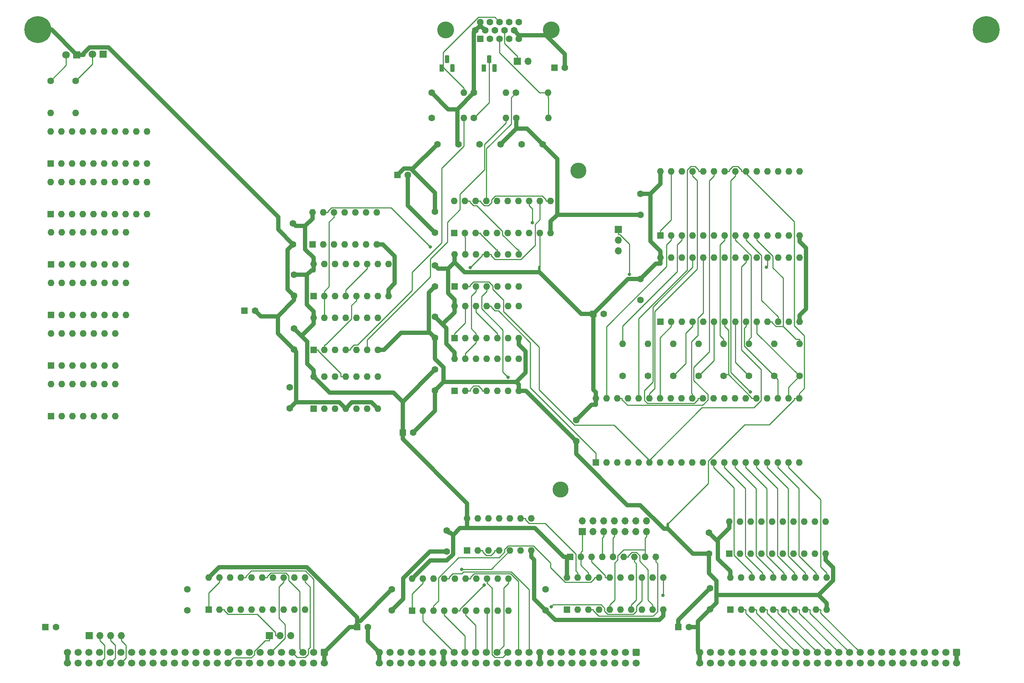
<source format=gbr>
%TF.GenerationSoftware,KiCad,Pcbnew,(6.0.11)*%
%TF.CreationDate,2024-01-15T17:38:44-05:00*%
%TF.ProjectId,input-output.Text,696e7075-742d-46f7-9574-7075742e5465,rev?*%
%TF.SameCoordinates,Original*%
%TF.FileFunction,Copper,L2,Bot*%
%TF.FilePolarity,Positive*%
%FSLAX46Y46*%
G04 Gerber Fmt 4.6, Leading zero omitted, Abs format (unit mm)*
G04 Created by KiCad (PCBNEW (6.0.11)) date 2024-01-15 17:38:44*
%MOMM*%
%LPD*%
G01*
G04 APERTURE LIST*
G04 Aperture macros list*
%AMRoundRect*
0 Rectangle with rounded corners*
0 $1 Rounding radius*
0 $2 $3 $4 $5 $6 $7 $8 $9 X,Y pos of 4 corners*
0 Add a 4 corners polygon primitive as box body*
4,1,4,$2,$3,$4,$5,$6,$7,$8,$9,$2,$3,0*
0 Add four circle primitives for the rounded corners*
1,1,$1+$1,$2,$3*
1,1,$1+$1,$4,$5*
1,1,$1+$1,$6,$7*
1,1,$1+$1,$8,$9*
0 Add four rect primitives between the rounded corners*
20,1,$1+$1,$2,$3,$4,$5,0*
20,1,$1+$1,$4,$5,$6,$7,0*
20,1,$1+$1,$6,$7,$8,$9,0*
20,1,$1+$1,$8,$9,$2,$3,0*%
G04 Aperture macros list end*
%TA.AperFunction,ComponentPad*%
%ADD10C,6.400000*%
%TD*%
%TA.AperFunction,ComponentPad*%
%ADD11RoundRect,0.250000X-0.600000X0.600000X-0.600000X-0.600000X0.600000X-0.600000X0.600000X0.600000X0*%
%TD*%
%TA.AperFunction,ComponentPad*%
%ADD12C,1.700000*%
%TD*%
%TA.AperFunction,ComponentPad*%
%ADD13C,1.600000*%
%TD*%
%TA.AperFunction,ComponentPad*%
%ADD14R,1.600000X1.600000*%
%TD*%
%TA.AperFunction,ComponentPad*%
%ADD15O,1.600000X1.600000*%
%TD*%
%TA.AperFunction,ComponentPad*%
%ADD16C,4.000000*%
%TD*%
%TA.AperFunction,ComponentPad*%
%ADD17R,1.800000X1.800000*%
%TD*%
%TA.AperFunction,ComponentPad*%
%ADD18C,1.800000*%
%TD*%
%TA.AperFunction,ComponentPad*%
%ADD19R,1.700000X1.700000*%
%TD*%
%TA.AperFunction,ComponentPad*%
%ADD20O,1.700000X1.700000*%
%TD*%
%TA.AperFunction,ComponentPad*%
%ADD21C,3.800000*%
%TD*%
%TA.AperFunction,ComponentPad*%
%ADD22C,0.600000*%
%TD*%
%TA.AperFunction,ComponentPad*%
%ADD23R,1.100000X1.800000*%
%TD*%
%TA.AperFunction,ComponentPad*%
%ADD24RoundRect,0.275000X-0.275000X-0.625000X0.275000X-0.625000X0.275000X0.625000X-0.275000X0.625000X0*%
%TD*%
%TA.AperFunction,ViaPad*%
%ADD25C,0.800000*%
%TD*%
%TA.AperFunction,Conductor*%
%ADD26C,0.250000*%
%TD*%
%TA.AperFunction,Conductor*%
%ADD27C,1.000000*%
%TD*%
G04 APERTURE END LIST*
%TO.C,NT1*%
G36*
X159300000Y-132600000D02*
G01*
X158700000Y-132600000D01*
X158700000Y-131400000D01*
X159300000Y-131400000D01*
X159300000Y-132600000D01*
G37*
%TO.C,NT2*%
G36*
X189800000Y-193600000D02*
G01*
X189200000Y-193600000D01*
X189200000Y-192400000D01*
X189800000Y-192400000D01*
X189800000Y-193600000D01*
G37*
%TD*%
D10*
%TO.P,H2,1,1*%
%TO.N,GND*%
X265000000Y-75000000D03*
%TD*%
%TO.P,H1,1,1*%
%TO.N,GND*%
X40000000Y-75000000D03*
%TD*%
D11*
%TO.P,P2,1,Pin_1*%
%TO.N,VCC*%
X182000000Y-223000000D03*
D12*
%TO.P,P2,2,Pin_2*%
X182000000Y-225540000D03*
%TO.P,P2,3,Pin_3*%
%TO.N,/bus/A15*%
X179460000Y-223000000D03*
%TO.P,P2,4,Pin_4*%
%TO.N,/bus/A31*%
X179460000Y-225540000D03*
%TO.P,P2,5,Pin_5*%
%TO.N,/bus/A14*%
X176920000Y-223000000D03*
%TO.P,P2,6,Pin_6*%
%TO.N,/bus/A30*%
X176920000Y-225540000D03*
%TO.P,P2,7,Pin_7*%
%TO.N,/bus/A13*%
X174380000Y-223000000D03*
%TO.P,P2,8,Pin_8*%
%TO.N,/bus/A29*%
X174380000Y-225540000D03*
%TO.P,P2,9,Pin_9*%
%TO.N,/bus/A12*%
X171840000Y-223000000D03*
%TO.P,P2,10,Pin_10*%
%TO.N,/bus/A28*%
X171840000Y-225540000D03*
%TO.P,P2,11,Pin_11*%
%TO.N,/bus/A11*%
X169300000Y-223000000D03*
%TO.P,P2,12,Pin_12*%
%TO.N,/bus/A27*%
X169300000Y-225540000D03*
%TO.P,P2,13,Pin_13*%
%TO.N,/bus/A10*%
X166760000Y-223000000D03*
%TO.P,P2,14,Pin_14*%
%TO.N,/bus/A26*%
X166760000Y-225540000D03*
%TO.P,P2,15,Pin_15*%
%TO.N,/bus/A9*%
X164220000Y-223000000D03*
%TO.P,P2,16,Pin_16*%
%TO.N,/bus/A25*%
X164220000Y-225540000D03*
%TO.P,P2,17,Pin_17*%
%TO.N,/bus/A8*%
X161680000Y-223000000D03*
%TO.P,P2,18,Pin_18*%
%TO.N,/bus/A24*%
X161680000Y-225540000D03*
%TO.P,P2,19,Pin_19*%
%TO.N,+12V*%
X159140000Y-223000000D03*
%TO.P,P2,20,Pin_20*%
X159140000Y-225540000D03*
%TO.P,P2,21,Pin_21*%
%TO.N,A7*%
X156600000Y-223000000D03*
%TO.P,P2,22,Pin_22*%
%TO.N,/bus/A23*%
X156600000Y-225540000D03*
%TO.P,P2,23,Pin_23*%
%TO.N,A6*%
X154060000Y-223000000D03*
%TO.P,P2,24,Pin_24*%
%TO.N,/bus/A22*%
X154060000Y-225540000D03*
%TO.P,P2,25,Pin_25*%
%TO.N,A5*%
X151520000Y-223000000D03*
%TO.P,P2,26,Pin_26*%
%TO.N,/bus/A21*%
X151520000Y-225540000D03*
%TO.P,P2,27,Pin_27*%
%TO.N,A4*%
X148980000Y-223000000D03*
%TO.P,P2,28,Pin_28*%
%TO.N,/bus/A20*%
X148980000Y-225540000D03*
%TO.P,P2,29,Pin_29*%
%TO.N,A3*%
X146440000Y-223000000D03*
%TO.P,P2,30,Pin_30*%
%TO.N,/bus/A19*%
X146440000Y-225540000D03*
%TO.P,P2,31,Pin_31*%
%TO.N,A2*%
X143900000Y-223000000D03*
%TO.P,P2,32,Pin_32*%
%TO.N,/bus/A18*%
X143900000Y-225540000D03*
%TO.P,P2,33,Pin_33*%
%TO.N,A1*%
X141360000Y-223000000D03*
%TO.P,P2,34,Pin_34*%
%TO.N,/bus/A17*%
X141360000Y-225540000D03*
%TO.P,P2,35,Pin_35*%
%TO.N,A0*%
X138820000Y-223000000D03*
%TO.P,P2,36,Pin_36*%
%TO.N,/bus/A16*%
X138820000Y-225540000D03*
%TO.P,P2,37,Pin_37*%
%TO.N,-12V*%
X136280000Y-223000000D03*
%TO.P,P2,38,Pin_38*%
X136280000Y-225540000D03*
%TO.P,P2,39,Pin_39*%
%TO.N,/bus/IC3*%
X133740000Y-223000000D03*
%TO.P,P2,40,Pin_40*%
%TO.N,/bus/~{TEND1}*%
X133740000Y-225540000D03*
%TO.P,P2,41,Pin_41*%
%TO.N,/bus/IC2*%
X131200000Y-223000000D03*
%TO.P,P2,42,Pin_42*%
%TO.N,/bus/~{DREQ1}*%
X131200000Y-225540000D03*
%TO.P,P2,43,Pin_43*%
%TO.N,/bus/IC1*%
X128660000Y-223000000D03*
%TO.P,P2,44,Pin_44*%
%TO.N,/bus/~{TEND0}*%
X128660000Y-225540000D03*
%TO.P,P2,45,Pin_45*%
%TO.N,/bus/IC0*%
X126120000Y-223000000D03*
%TO.P,P2,46,Pin_46*%
%TO.N,/bus/~{DREQ0}*%
X126120000Y-225540000D03*
%TO.P,P2,47,Pin_47*%
%TO.N,/bus/AUXCLK1*%
X123580000Y-223000000D03*
%TO.P,P2,48,Pin_48*%
%TO.N,/bus/AUXCLK0*%
X123580000Y-225540000D03*
%TO.P,P2,49,Pin_49*%
%TO.N,GND*%
X121040000Y-223000000D03*
%TO.P,P2,50,Pin_50*%
X121040000Y-225540000D03*
%TD*%
D11*
%TO.P,P3,1,Pin_1*%
%TO.N,VCC*%
X258000000Y-223000000D03*
D12*
%TO.P,P3,2,Pin_2*%
X258000000Y-225540000D03*
%TO.P,P3,3,Pin_3*%
%TO.N,/bus/D15*%
X255460000Y-223000000D03*
%TO.P,P3,4,Pin_4*%
%TO.N,/bus/D31*%
X255460000Y-225540000D03*
%TO.P,P3,5,Pin_5*%
%TO.N,/bus/D14*%
X252920000Y-223000000D03*
%TO.P,P3,6,Pin_6*%
%TO.N,/bus/D30*%
X252920000Y-225540000D03*
%TO.P,P3,7,Pin_7*%
%TO.N,/bus/D13*%
X250380000Y-223000000D03*
%TO.P,P3,8,Pin_8*%
%TO.N,/bus/D29*%
X250380000Y-225540000D03*
%TO.P,P3,9,Pin_9*%
%TO.N,/bus/D12*%
X247840000Y-223000000D03*
%TO.P,P3,10,Pin_10*%
%TO.N,/bus/D28*%
X247840000Y-225540000D03*
%TO.P,P3,11,Pin_11*%
%TO.N,/bus/D11*%
X245300000Y-223000000D03*
%TO.P,P3,12,Pin_12*%
%TO.N,/bus/D27*%
X245300000Y-225540000D03*
%TO.P,P3,13,Pin_13*%
%TO.N,/bus/D10*%
X242760000Y-223000000D03*
%TO.P,P3,14,Pin_14*%
%TO.N,/bus/D26*%
X242760000Y-225540000D03*
%TO.P,P3,15,Pin_15*%
%TO.N,/bus/D9*%
X240220000Y-223000000D03*
%TO.P,P3,16,Pin_16*%
%TO.N,/bus/D25*%
X240220000Y-225540000D03*
%TO.P,P3,17,Pin_17*%
%TO.N,/bus/D8*%
X237680000Y-223000000D03*
%TO.P,P3,18,Pin_18*%
%TO.N,/bus/D24*%
X237680000Y-225540000D03*
%TO.P,P3,19,Pin_19*%
%TO.N,D7*%
X235140000Y-223000000D03*
%TO.P,P3,20,Pin_20*%
%TO.N,/bus/D23*%
X235140000Y-225540000D03*
%TO.P,P3,21,Pin_21*%
%TO.N,D6*%
X232600000Y-223000000D03*
%TO.P,P3,22,Pin_22*%
%TO.N,/bus/D22*%
X232600000Y-225540000D03*
%TO.P,P3,23,Pin_23*%
%TO.N,D5*%
X230060000Y-223000000D03*
%TO.P,P3,24,Pin_24*%
%TO.N,/bus/D21*%
X230060000Y-225540000D03*
%TO.P,P3,25,Pin_25*%
%TO.N,D4*%
X227520000Y-223000000D03*
%TO.P,P3,26,Pin_26*%
%TO.N,/bus/D20*%
X227520000Y-225540000D03*
%TO.P,P3,27,Pin_27*%
%TO.N,D3*%
X224980000Y-223000000D03*
%TO.P,P3,28,Pin_28*%
%TO.N,/bus/D19*%
X224980000Y-225540000D03*
%TO.P,P3,29,Pin_29*%
%TO.N,D2*%
X222440000Y-223000000D03*
%TO.P,P3,30,Pin_30*%
%TO.N,/bus/D18*%
X222440000Y-225540000D03*
%TO.P,P3,31,Pin_31*%
%TO.N,D1*%
X219900000Y-223000000D03*
%TO.P,P3,32,Pin_32*%
%TO.N,/bus/D17*%
X219900000Y-225540000D03*
%TO.P,P3,33,Pin_33*%
%TO.N,D0*%
X217360000Y-223000000D03*
%TO.P,P3,34,Pin_34*%
%TO.N,/bus/D16*%
X217360000Y-225540000D03*
%TO.P,P3,35,Pin_35*%
%TO.N,/bus/~{BUSERR}*%
X214820000Y-223000000D03*
%TO.P,P3,36,Pin_36*%
%TO.N,/bus/UDS*%
X214820000Y-225540000D03*
%TO.P,P3,37,Pin_37*%
%TO.N,/bus/~{VPA}*%
X212280000Y-223000000D03*
%TO.P,P3,38,Pin_38*%
%TO.N,/bus/LDS*%
X212280000Y-225540000D03*
%TO.P,P3,39,Pin_39*%
%TO.N,/bus/~{VMA}*%
X209740000Y-223000000D03*
%TO.P,P3,40,Pin_40*%
%TO.N,/bus/S2*%
X209740000Y-225540000D03*
%TO.P,P3,41,Pin_41*%
%TO.N,/bus/~{BHE}*%
X207200000Y-223000000D03*
%TO.P,P3,42,Pin_42*%
%TO.N,/bus/S1*%
X207200000Y-225540000D03*
%TO.P,P3,43,Pin_43*%
%TO.N,/bus/IPL2*%
X204660000Y-223000000D03*
%TO.P,P3,44,Pin_44*%
%TO.N,/bus/S0*%
X204660000Y-225540000D03*
%TO.P,P3,45,Pin_45*%
%TO.N,/bus/IPL1*%
X202120000Y-223000000D03*
%TO.P,P3,46,Pin_46*%
%TO.N,/bus/AUXCLK3*%
X202120000Y-225540000D03*
%TO.P,P3,47,Pin_47*%
%TO.N,/bus/IPL0*%
X199580000Y-223000000D03*
%TO.P,P3,48,Pin_48*%
%TO.N,/bus/AUXCLK2*%
X199580000Y-225540000D03*
%TO.P,P3,49,Pin_49*%
%TO.N,GND*%
X197040000Y-223000000D03*
%TO.P,P3,50,Pin_50*%
X197040000Y-225540000D03*
%TD*%
D11*
%TO.P,P1,1,Pin_1*%
%TO.N,VCC*%
X108000000Y-223000000D03*
D12*
%TO.P,P1,2,Pin_2*%
X108000000Y-225540000D03*
%TO.P,P1,3,Pin_3*%
%TO.N,~{RD}*%
X105460000Y-223000000D03*
%TO.P,P1,4,Pin_4*%
%TO.N,/bus/E*%
X105460000Y-225540000D03*
%TO.P,P1,5,Pin_5*%
%TO.N,~{WR}*%
X102920000Y-223000000D03*
%TO.P,P1,6,Pin_6*%
%TO.N,/bus/ST*%
X102920000Y-225540000D03*
%TO.P,P1,7,Pin_7*%
%TO.N,~{IORQ}*%
X100380000Y-223000000D03*
%TO.P,P1,8,Pin_8*%
%TO.N,/bus/PHI*%
X100380000Y-225540000D03*
%TO.P,P1,9,Pin_9*%
%TO.N,/bus/~{MREQ}*%
X97840000Y-223000000D03*
%TO.P,P1,10,Pin_10*%
%TO.N,/bus/~{INT2}*%
X97840000Y-225540000D03*
%TO.P,P1,11,Pin_11*%
%TO.N,~{M1}*%
X95300000Y-223000000D03*
%TO.P,P1,12,Pin_12*%
%TO.N,/bus/~{INT1}*%
X95300000Y-225540000D03*
%TO.P,P1,13,Pin_13*%
%TO.N,/bus/~{BUSACK}*%
X92760000Y-223000000D03*
%TO.P,P1,14,Pin_14*%
%TO.N,/bus/CRUCLK*%
X92760000Y-225540000D03*
%TO.P,P1,15,Pin_15*%
%TO.N,/bus/CLK*%
X90220000Y-223000000D03*
%TO.P,P1,16,Pin_16*%
%TO.N,/bus/CRUOUT*%
X90220000Y-225540000D03*
%TO.P,P1,17,Pin_17*%
%TO.N,/bus/~{INT0}*%
X87680000Y-223000000D03*
%TO.P,P1,18,Pin_18*%
%TO.N,/bus/CRUIN*%
X87680000Y-225540000D03*
%TO.P,P1,19,Pin_19*%
%TO.N,/bus/~{NMI}*%
X85140000Y-223000000D03*
%TO.P,P1,20,Pin_20*%
%TO.N,~{RES_IN}*%
X85140000Y-225540000D03*
%TO.P,P1,21,Pin_21*%
%TO.N,~{RES_OUT}*%
X82600000Y-223000000D03*
%TO.P,P1,22,Pin_22*%
%TO.N,/bus/USER8*%
X82600000Y-225540000D03*
%TO.P,P1,23,Pin_23*%
%TO.N,/bus/~{BUSRQ}*%
X80060000Y-223000000D03*
%TO.P,P1,24,Pin_24*%
%TO.N,/bus/USER7*%
X80060000Y-225540000D03*
%TO.P,P1,25,Pin_25*%
%TO.N,/bus/~{WAIT}*%
X77520000Y-223000000D03*
%TO.P,P1,26,Pin_26*%
%TO.N,/bus/USER6*%
X77520000Y-225540000D03*
%TO.P,P1,27,Pin_27*%
%TO.N,/bus/~{HALT}*%
X74980000Y-223000000D03*
%TO.P,P1,28,Pin_28*%
%TO.N,/bus/USER5*%
X74980000Y-225540000D03*
%TO.P,P1,29,Pin_29*%
%TO.N,/bus/~{RFSH}*%
X72440000Y-223000000D03*
%TO.P,P1,30,Pin_30*%
%TO.N,/bus/USER4*%
X72440000Y-225540000D03*
%TO.P,P1,31,Pin_31*%
%TO.N,/bus/~{EIRQ7}*%
X69900000Y-223000000D03*
%TO.P,P1,32,Pin_32*%
%TO.N,/bus/USER3*%
X69900000Y-225540000D03*
%TO.P,P1,33,Pin_33*%
%TO.N,/bus/~{EIRQ6}*%
X67360000Y-223000000D03*
%TO.P,P1,34,Pin_34*%
%TO.N,/bus/USER2*%
X67360000Y-225540000D03*
%TO.P,P1,35,Pin_35*%
%TO.N,/bus/~{EIRQ5}*%
X64820000Y-223000000D03*
%TO.P,P1,36,Pin_36*%
%TO.N,/bus/USER1*%
X64820000Y-225540000D03*
%TO.P,P1,37,Pin_37*%
%TO.N,/bus/~{EIRQ4}*%
X62280000Y-223000000D03*
%TO.P,P1,38,Pin_38*%
%TO.N,/bus/USER0*%
X62280000Y-225540000D03*
%TO.P,P1,39,Pin_39*%
%TO.N,/bus/~{EIRQ3}*%
X59740000Y-223000000D03*
%TO.P,P1,40,Pin_40*%
%TO.N,~{BAI}*%
X59740000Y-225540000D03*
%TO.P,P1,41,Pin_41*%
%TO.N,/bus/~{EIRQ2}*%
X57200000Y-223000000D03*
%TO.P,P1,42,Pin_42*%
%TO.N,~{BAO}*%
X57200000Y-225540000D03*
%TO.P,P1,43,Pin_43*%
%TO.N,/bus/~{EIRQ1}*%
X54660000Y-223000000D03*
%TO.P,P1,44,Pin_44*%
%TO.N,~{IEI}*%
X54660000Y-225540000D03*
%TO.P,P1,45,Pin_45*%
%TO.N,/bus/~{EIRQ0}*%
X52120000Y-223000000D03*
%TO.P,P1,46,Pin_46*%
%TO.N,~{IEO}*%
X52120000Y-225540000D03*
%TO.P,P1,47,Pin_47*%
%TO.N,/bus/I2C_SCL*%
X49580000Y-223000000D03*
%TO.P,P1,48,Pin_48*%
%TO.N,/bus/I2C_SDA*%
X49580000Y-225540000D03*
%TO.P,P1,49,Pin_49*%
%TO.N,GND*%
X47040000Y-223000000D03*
%TO.P,P1,50,Pin_50*%
X47040000Y-225540000D03*
%TD*%
D13*
%TO.P,C16,1*%
%TO.N,VCC*%
X134250000Y-143250000D03*
%TO.P,C16,2*%
%TO.N,GND*%
X134250000Y-148250000D03*
%TD*%
D14*
%TO.P,U8,1,2xWCLK*%
%TO.N,/GDC-Text/2xWCLK*%
X172375000Y-177875000D03*
D15*
%TO.P,U8,2,/DBIN*%
%TO.N,/GDC-Text/~{DBIN}*%
X174915000Y-177875000D03*
%TO.P,U8,3,HSYNC*%
%TO.N,/GDC-Text/HSYNC*%
X177455000Y-177875000D03*
%TO.P,U8,4,V/EXT_SYNC*%
%TO.N,/GDC-Text/VSYNC*%
X179995000Y-177875000D03*
%TO.P,U8,5,BLANK*%
%TO.N,/GDC-Text/BLANK*%
X182535000Y-177875000D03*
%TO.P,U8,6,ALE*%
%TO.N,/GDC-Text/ALE*%
X185075000Y-177875000D03*
%TO.P,U8,7,DRQ*%
%TO.N,unconnected-(U8-Pad7)*%
X187615000Y-177875000D03*
%TO.P,U8,8,/DACK*%
%TO.N,ONE*%
X190155000Y-177875000D03*
%TO.P,U8,9,/RD*%
%TO.N,~{CS_TEXT_RD}*%
X192695000Y-177875000D03*
%TO.P,U8,10,/WR*%
%TO.N,~{CS_TEXT_WR}*%
X195235000Y-177875000D03*
%TO.P,U8,11,A0*%
%TO.N,bA0*%
X197775000Y-177875000D03*
%TO.P,U8,12,DB0*%
%TO.N,bD0*%
X200315000Y-177875000D03*
%TO.P,U8,13,DB1*%
%TO.N,bD1*%
X202855000Y-177875000D03*
%TO.P,U8,14,DB2*%
%TO.N,bD2*%
X205395000Y-177875000D03*
%TO.P,U8,15,DB3*%
%TO.N,bD3*%
X207935000Y-177875000D03*
%TO.P,U8,16,DB4*%
%TO.N,bD4*%
X210475000Y-177875000D03*
%TO.P,U8,17,DB5*%
%TO.N,bD5*%
X213015000Y-177875000D03*
%TO.P,U8,18,DB6*%
%TO.N,bD6*%
X215555000Y-177875000D03*
%TO.P,U8,19,DB7*%
%TO.N,bD7*%
X218095000Y-177875000D03*
%TO.P,U8,20,GND*%
%TO.N,GND*%
X220635000Y-177875000D03*
%TO.P,U8,21,LPEN/DH*%
%TO.N,ZERO*%
X220635000Y-162635000D03*
%TO.P,U8,22,AD0*%
%TO.N,/GDC-Text/AD0*%
X218095000Y-162635000D03*
%TO.P,U8,23,AD1*%
%TO.N,/GDC-Text/AD1*%
X215555000Y-162635000D03*
%TO.P,U8,24,AD2*%
%TO.N,/GDC-Text/AD2*%
X213015000Y-162635000D03*
%TO.P,U8,25,AD3*%
%TO.N,/GDC-Text/AD3*%
X210475000Y-162635000D03*
%TO.P,U8,26,AD4*%
%TO.N,/GDC-Text/AD4*%
X207935000Y-162635000D03*
%TO.P,U8,27,AD5*%
%TO.N,/GDC-Text/AD5*%
X205395000Y-162635000D03*
%TO.P,U8,28,AD6*%
%TO.N,/GDC-Text/AD6*%
X202855000Y-162635000D03*
%TO.P,U8,29,AD7*%
%TO.N,/GDC-Text/AD7*%
X200315000Y-162635000D03*
%TO.P,U8,30,AD8*%
%TO.N,/GDC-Text/AD8*%
X197775000Y-162635000D03*
%TO.P,U8,31,AD9*%
%TO.N,/GDC-Text/AD9*%
X195235000Y-162635000D03*
%TO.P,U8,32,AD10*%
%TO.N,/GDC-Text/AD10*%
X192695000Y-162635000D03*
%TO.P,U8,33,AD11*%
%TO.N,/GDC-Text/AD11*%
X190155000Y-162635000D03*
%TO.P,U8,34,AD12*%
%TO.N,/GDC-Text/AD12*%
X187615000Y-162635000D03*
%TO.P,U8,35,AD13*%
%TO.N,/GDC-Text/AD13*%
X185075000Y-162635000D03*
%TO.P,U8,36,AD14*%
%TO.N,/GDC-Text/AD14*%
X182535000Y-162635000D03*
%TO.P,U8,37,AD15*%
%TO.N,/GDC-Text/AD15*%
X179995000Y-162635000D03*
%TO.P,U8,38,A16*%
%TO.N,/GDC-Text/A16*%
X177455000Y-162635000D03*
%TO.P,U8,39,A17*%
%TO.N,/GDC-Text/A17*%
X174915000Y-162635000D03*
%TO.P,U8,40,VCC*%
%TO.N,VCC*%
X172375000Y-162635000D03*
%TD*%
D16*
%TO.P,P5,0*%
%TO.N,GND*%
X136790000Y-75100300D03*
X161790000Y-75100300D03*
D14*
%TO.P,P5,1*%
%TO.N,Net-(P5-Pad1)*%
X144975000Y-77150300D03*
D13*
%TO.P,P5,2*%
X147265000Y-77150300D03*
%TO.P,P5,3*%
X149555000Y-77150300D03*
%TO.P,P5,4*%
%TO.N,unconnected-(P5-Pad4)*%
X151845000Y-77150300D03*
%TO.P,P5,5*%
%TO.N,GND*%
X154135000Y-77150300D03*
%TO.P,P5,6*%
X143830000Y-75170300D03*
%TO.P,P5,7*%
X146120000Y-75170300D03*
%TO.P,P5,8*%
X148410000Y-75170300D03*
%TO.P,P5,9*%
%TO.N,/GDC-Text/VCC_VGA*%
X150700000Y-75170300D03*
%TO.P,P5,10*%
%TO.N,GND*%
X152990000Y-75170300D03*
%TO.P,P5,11*%
X144975000Y-73190300D03*
%TO.P,P5,12*%
%TO.N,unconnected-(P5-Pad12)*%
X147265000Y-73190300D03*
%TO.P,P5,13*%
%TO.N,/GDC-Text/H-Sync*%
X149555000Y-73190300D03*
%TO.P,P5,14*%
%TO.N,/GDC-Text/V-Sync*%
X151845000Y-73190300D03*
%TO.P,P5,15*%
%TO.N,unconnected-(P5-Pad15)*%
X154135000Y-73190300D03*
%TD*%
%TO.P,R3,1*%
%TO.N,/GDC-Text/AD2*%
X208750000Y-157310000D03*
D15*
%TO.P,R3,2*%
%TO.N,/GDC-Text/MD2*%
X208750000Y-149690000D03*
%TD*%
D14*
%TO.P,X1,1,Pin_1*%
%TO.N,unconnected-(X1-Pad1)*%
X105400000Y-165050000D03*
D15*
%TO.P,X1,2,Pin_2*%
%TO.N,unconnected-(X1-Pad2)*%
X107940000Y-165050000D03*
%TO.P,X1,3,Pin_3*%
%TO.N,unconnected-(X1-Pad3)*%
X110480000Y-165050000D03*
%TO.P,X1,4,Pin_4*%
%TO.N,GND*%
X113020000Y-165050000D03*
%TO.P,X1,5,Pin_5*%
%TO.N,unconnected-(X1-Pad5)*%
X115560000Y-165050000D03*
%TO.P,X1,6,Pin_6*%
%TO.N,unconnected-(X1-Pad6)*%
X118100000Y-165050000D03*
%TO.P,X1,7,Pin_7*%
%TO.N,GND*%
X120640000Y-165050000D03*
%TO.P,X1,8,Pin_8*%
%TO.N,/GDC-Text/~{PIX-CLK}*%
X120640000Y-157430000D03*
%TO.P,X1,9,Pin_9*%
%TO.N,unconnected-(X1-Pad9)*%
X118100000Y-157430000D03*
%TO.P,X1,10,Pin_10*%
%TO.N,unconnected-(X1-Pad10)*%
X115560000Y-157430000D03*
%TO.P,X1,11,Pin_11*%
%TO.N,/GDC-Text/~{PIX-CLK}*%
X113020000Y-157430000D03*
%TO.P,X1,12,Pin_12*%
%TO.N,unconnected-(X1-Pad12)*%
X110480000Y-157430000D03*
%TO.P,X1,13,Pin_13*%
%TO.N,unconnected-(X1-Pad13)*%
X107940000Y-157430000D03*
%TO.P,X1,14,Pin_14*%
%TO.N,VCC*%
X105400000Y-157430000D03*
%TD*%
D14*
%TO.P,J2,1,Pin_1*%
%TO.N,unconnected-(J2-Pad1)*%
X43125000Y-130800000D03*
D15*
%TO.P,J2,2,Pin_2*%
%TO.N,unconnected-(J2-Pad2)*%
X45665000Y-130800000D03*
%TO.P,J2,3,Pin_3*%
%TO.N,unconnected-(J2-Pad3)*%
X48205000Y-130800000D03*
%TO.P,J2,4,Pin_4*%
%TO.N,unconnected-(J2-Pad4)*%
X50745000Y-130800000D03*
%TO.P,J2,5,Pin_5*%
%TO.N,unconnected-(J2-Pad5)*%
X53285000Y-130800000D03*
%TO.P,J2,6,Pin_6*%
%TO.N,unconnected-(J2-Pad6)*%
X55825000Y-130800000D03*
%TO.P,J2,7,Pin_7*%
%TO.N,unconnected-(J2-Pad7)*%
X58365000Y-130800000D03*
%TO.P,J2,8,Pin_8*%
%TO.N,unconnected-(J2-Pad8)*%
X60905000Y-130800000D03*
%TO.P,J2,9,Pin_9*%
%TO.N,unconnected-(J2-Pad9)*%
X60905000Y-123180000D03*
%TO.P,J2,10,Pin_10*%
%TO.N,unconnected-(J2-Pad10)*%
X58365000Y-123180000D03*
%TO.P,J2,11,Pin_11*%
%TO.N,unconnected-(J2-Pad11)*%
X55825000Y-123180000D03*
%TO.P,J2,12,Pin_12*%
%TO.N,unconnected-(J2-Pad12)*%
X53285000Y-123180000D03*
%TO.P,J2,13,Pin_13*%
%TO.N,unconnected-(J2-Pad13)*%
X50745000Y-123180000D03*
%TO.P,J2,14,Pin_14*%
%TO.N,unconnected-(J2-Pad14)*%
X48205000Y-123180000D03*
%TO.P,J2,15,Pin_15*%
%TO.N,unconnected-(J2-Pad15)*%
X45665000Y-123180000D03*
%TO.P,J2,16,Pin_16*%
%TO.N,unconnected-(J2-Pad16)*%
X43125000Y-123180000D03*
%TD*%
D14*
%TO.P,C22,1*%
%TO.N,VCC*%
X115794900Y-217000000D03*
D13*
%TO.P,C22,2*%
%TO.N,GND*%
X118294900Y-217000000D03*
%TD*%
%TO.P,C10,1*%
%TO.N,VCC*%
X134250000Y-118250000D03*
%TO.P,C10,2*%
%TO.N,GND*%
X134250000Y-123250000D03*
%TD*%
%TO.P,R4,1*%
%TO.N,/GDC-Text/AD4*%
X196750000Y-157310000D03*
D15*
%TO.P,R4,2*%
%TO.N,/GDC-Text/MD4*%
X196750000Y-149690000D03*
%TD*%
D17*
%TO.P,D1,1,K*%
%TO.N,GND*%
X49250000Y-80950000D03*
D18*
%TO.P,D1,2,A*%
%TO.N,Net-(D1-Pad2)*%
X46710000Y-80950000D03*
%TD*%
D13*
%TO.P,R5,1*%
%TO.N,/GDC-Text/AD6*%
X190750000Y-157310000D03*
D15*
%TO.P,R5,2*%
%TO.N,/GDC-Text/MD6*%
X190750000Y-149690000D03*
%TD*%
D13*
%TO.P,C14,1*%
%TO.N,VCC*%
X160500000Y-208000000D03*
%TO.P,C14,2*%
%TO.N,GND*%
X160500000Y-213000000D03*
%TD*%
%TO.P,R8,1*%
%TO.N,Net-(Q2-Pad2)*%
X133465000Y-96000000D03*
D15*
%TO.P,R8,2*%
%TO.N,Net-(R8-Pad2)*%
X141085000Y-96000000D03*
%TD*%
D13*
%TO.P,R12,1*%
%TO.N,/GDC-Text/AD7*%
X178750000Y-157310000D03*
D15*
%TO.P,R12,2*%
%TO.N,/GDC-Text/MD7*%
X178750000Y-149690000D03*
%TD*%
D14*
%TO.P,C20,1*%
%TO.N,VCC*%
X192000000Y-217000000D03*
D13*
%TO.P,C20,2*%
%TO.N,GND*%
X194500000Y-217000000D03*
%TD*%
%TO.P,R11,1*%
%TO.N,GND*%
X143465000Y-90000000D03*
D15*
%TO.P,R11,2*%
%TO.N,/GDC-Text/V-Sync*%
X151085000Y-90000000D03*
%TD*%
D13*
%TO.P,C7,1*%
%TO.N,VCC*%
X199250000Y-194500000D03*
%TO.P,C7,2*%
%TO.N,GND*%
X199250000Y-199500000D03*
%TD*%
D14*
%TO.P,C27,1*%
%TO.N,VCC*%
X89044900Y-141750000D03*
D13*
%TO.P,C27,2*%
%TO.N,GND*%
X91544900Y-141750000D03*
%TD*%
D14*
%TO.P,J5,1,Pin_1*%
%TO.N,unconnected-(J5-Pad1)*%
X43125000Y-142800000D03*
D15*
%TO.P,J5,2,Pin_2*%
%TO.N,unconnected-(J5-Pad2)*%
X45665000Y-142800000D03*
%TO.P,J5,3,Pin_3*%
%TO.N,unconnected-(J5-Pad3)*%
X48205000Y-142800000D03*
%TO.P,J5,4,Pin_4*%
%TO.N,unconnected-(J5-Pad4)*%
X50745000Y-142800000D03*
%TO.P,J5,5,Pin_5*%
%TO.N,unconnected-(J5-Pad5)*%
X53285000Y-142800000D03*
%TO.P,J5,6,Pin_6*%
%TO.N,unconnected-(J5-Pad6)*%
X55825000Y-142800000D03*
%TO.P,J5,7,Pin_7*%
%TO.N,unconnected-(J5-Pad7)*%
X58365000Y-142800000D03*
%TO.P,J5,8,Pin_8*%
%TO.N,unconnected-(J5-Pad8)*%
X60905000Y-142800000D03*
%TO.P,J5,9,Pin_9*%
%TO.N,unconnected-(J5-Pad9)*%
X60905000Y-135180000D03*
%TO.P,J5,10,Pin_10*%
%TO.N,unconnected-(J5-Pad10)*%
X58365000Y-135180000D03*
%TO.P,J5,11,Pin_11*%
%TO.N,unconnected-(J5-Pad11)*%
X55825000Y-135180000D03*
%TO.P,J5,12,Pin_12*%
%TO.N,unconnected-(J5-Pad12)*%
X53285000Y-135180000D03*
%TO.P,J5,13,Pin_13*%
%TO.N,unconnected-(J5-Pad13)*%
X50745000Y-135180000D03*
%TO.P,J5,14,Pin_14*%
%TO.N,unconnected-(J5-Pad14)*%
X48205000Y-135180000D03*
%TO.P,J5,15,Pin_15*%
%TO.N,unconnected-(J5-Pad15)*%
X45665000Y-135180000D03*
%TO.P,J5,16,Pin_16*%
%TO.N,unconnected-(J5-Pad16)*%
X43125000Y-135180000D03*
%TD*%
D14*
%TO.P,U21,1,G*%
%TO.N,~{bIORQ}*%
X165575000Y-212800000D03*
D15*
%TO.P,U21,2,P0*%
%TO.N,~{bM1}*%
X168115000Y-212800000D03*
%TO.P,U21,3,R0*%
%TO.N,Net-(RN1-Pad9)*%
X170655000Y-212800000D03*
%TO.P,U21,4,P1*%
%TO.N,bA1*%
X173195000Y-212800000D03*
%TO.P,U21,5,R1*%
%TO.N,Net-(RN1-Pad8)*%
X175735000Y-212800000D03*
%TO.P,U21,6,P2*%
%TO.N,bA2*%
X178275000Y-212800000D03*
%TO.P,U21,7,R2*%
%TO.N,Net-(RN1-Pad7)*%
X180815000Y-212800000D03*
%TO.P,U21,8,P3*%
%TO.N,bA3*%
X183355000Y-212800000D03*
%TO.P,U21,9,R3*%
%TO.N,Net-(RN1-Pad6)*%
X185895000Y-212800000D03*
%TO.P,U21,10,GND*%
%TO.N,GND*%
X188435000Y-212800000D03*
%TO.P,U21,11,P4*%
%TO.N,bA4*%
X188435000Y-205180000D03*
%TO.P,U21,12,R4*%
%TO.N,Net-(RN1-Pad5)*%
X185895000Y-205180000D03*
%TO.P,U21,13,P5*%
%TO.N,bA5*%
X183355000Y-205180000D03*
%TO.P,U21,14,R5*%
%TO.N,Net-(RN1-Pad4)*%
X180815000Y-205180000D03*
%TO.P,U21,15,P6*%
%TO.N,bA6*%
X178275000Y-205180000D03*
%TO.P,U21,16,R6*%
%TO.N,Net-(RN1-Pad3)*%
X175735000Y-205180000D03*
%TO.P,U21,17,P7*%
%TO.N,bA7*%
X173195000Y-205180000D03*
%TO.P,U21,18,R7*%
%TO.N,Net-(RN1-Pad2)*%
X170655000Y-205180000D03*
%TO.P,U21,19,P=R*%
%TO.N,~{CS_TEXT}*%
X168115000Y-205180000D03*
%TO.P,U21,20,VCC*%
%TO.N,VCC*%
X165575000Y-205180000D03*
%TD*%
D13*
%TO.P,C18,1*%
%TO.N,VCC*%
X167750000Y-167750000D03*
%TO.P,C18,2*%
%TO.N,GND*%
X167750000Y-172750000D03*
%TD*%
D19*
%TO.P,JP1,1,A*%
%TO.N,/GDC-Text/VCC_VGA*%
X153750000Y-82500000D03*
D20*
%TO.P,JP1,2,B*%
%TO.N,VCC*%
X156290000Y-82500000D03*
%TD*%
D13*
%TO.P,C9,1*%
%TO.N,VCC*%
X183000000Y-114000000D03*
%TO.P,C9,2*%
%TO.N,GND*%
X183000000Y-119000000D03*
%TD*%
%TO.P,C15,1*%
%TO.N,VCC*%
X134250000Y-155750000D03*
%TO.P,C15,2*%
%TO.N,GND*%
X134250000Y-160750000D03*
%TD*%
D21*
%TO.P,H4,1*%
%TO.N,N/C*%
X164000000Y-184250000D03*
%TD*%
D17*
%TO.P,D2,1,K*%
%TO.N,Net-(D2-Pad1)*%
X55500000Y-80850000D03*
D18*
%TO.P,D2,2,A*%
%TO.N,Net-(D2-Pad2)*%
X52960000Y-80850000D03*
%TD*%
D19*
%TO.P,J9,1,Pin_1*%
%TO.N,~{RES_IN}*%
X94975000Y-219000000D03*
D20*
%TO.P,J9,2,Pin_2*%
%TO.N,Net-(J9-Pad2)*%
X97515000Y-219000000D03*
%TO.P,J9,3,Pin_3*%
%TO.N,~{RES_OUT}*%
X100055000Y-219000000D03*
%TD*%
D13*
%TO.P,R1,1*%
%TO.N,Net-(D1-Pad2)*%
X43000000Y-87190000D03*
D15*
%TO.P,R1,2*%
%TO.N,VCC*%
X43000000Y-94810000D03*
%TD*%
D14*
%TO.P,U18,1,OEa*%
%TO.N,ZERO*%
X128825000Y-213050000D03*
D15*
%TO.P,U18,2,I0a*%
%TO.N,A0*%
X131365000Y-213050000D03*
%TO.P,U18,3,O3b*%
%TO.N,bA7*%
X133905000Y-213050000D03*
%TO.P,U18,4,I1a*%
%TO.N,A1*%
X136445000Y-213050000D03*
%TO.P,U18,5,O2b*%
%TO.N,bA6*%
X138985000Y-213050000D03*
%TO.P,U18,6,I2a*%
%TO.N,A2*%
X141525000Y-213050000D03*
%TO.P,U18,7,O1b*%
%TO.N,bA5*%
X144065000Y-213050000D03*
%TO.P,U18,8,I3a*%
%TO.N,A3*%
X146605000Y-213050000D03*
%TO.P,U18,9,O0b*%
%TO.N,bA4*%
X149145000Y-213050000D03*
%TO.P,U18,10,GND*%
%TO.N,GND*%
X151685000Y-213050000D03*
%TO.P,U18,11,I0b*%
%TO.N,A4*%
X151685000Y-205430000D03*
%TO.P,U18,12,O3a*%
%TO.N,bA3*%
X149145000Y-205430000D03*
%TO.P,U18,13,I1b*%
%TO.N,A5*%
X146605000Y-205430000D03*
%TO.P,U18,14,O2a*%
%TO.N,bA2*%
X144065000Y-205430000D03*
%TO.P,U18,15,I2b*%
%TO.N,A6*%
X141525000Y-205430000D03*
%TO.P,U18,16,O1a*%
%TO.N,bA1*%
X138985000Y-205430000D03*
%TO.P,U18,17,I3b*%
%TO.N,A7*%
X136445000Y-205430000D03*
%TO.P,U18,18,O0a*%
%TO.N,bA0*%
X133905000Y-205430000D03*
%TO.P,U18,19,OEb*%
%TO.N,ZERO*%
X131365000Y-205430000D03*
%TO.P,U18,20,VCC*%
%TO.N,VCC*%
X128825000Y-205430000D03*
%TD*%
D14*
%TO.P,U1,1*%
%TO.N,/GDC-Text/~{PIX-CLK}*%
X105400000Y-151050000D03*
D15*
%TO.P,U1,2*%
%TO.N,/GDC-Text/PIX-CLK*%
X107940000Y-151050000D03*
%TO.P,U1,3*%
%TO.N,/GDC-Text/HSYNC*%
X110480000Y-151050000D03*
%TO.P,U1,4*%
%TO.N,Net-(R8-Pad2)*%
X113020000Y-151050000D03*
%TO.P,U1,5*%
%TO.N,/GDC-Text/VSYNC*%
X115560000Y-151050000D03*
%TO.P,U1,6*%
%TO.N,Net-(R10-Pad2)*%
X118100000Y-151050000D03*
%TO.P,U1,7,GND*%
%TO.N,GND*%
X120640000Y-151050000D03*
%TO.P,U1,8*%
%TO.N,unconnected-(U1-Pad8)*%
X120640000Y-143430000D03*
%TO.P,U1,9*%
%TO.N,unconnected-(U1-Pad9)*%
X118100000Y-143430000D03*
%TO.P,U1,10*%
%TO.N,unconnected-(U1-Pad10)*%
X115560000Y-143430000D03*
%TO.P,U1,11*%
%TO.N,unconnected-(U1-Pad11)*%
X113020000Y-143430000D03*
%TO.P,U1,12*%
%TO.N,/GDC-Text/2xWCLK*%
X110480000Y-143430000D03*
%TO.P,U1,13*%
%TO.N,/GDC-Text/~{2xWCLK}*%
X107940000Y-143430000D03*
%TO.P,U1,14,VCC*%
%TO.N,VCC*%
X105400000Y-143430000D03*
%TD*%
D14*
%TO.P,U14,1*%
%TO.N,/GDC-Text/BLANK*%
X138900000Y-160800000D03*
D15*
%TO.P,U14,2*%
X141440000Y-160800000D03*
%TO.P,U14,3*%
%TO.N,N/C*%
X143980000Y-160800000D03*
%TO.P,U14,4*%
%TO.N,/GDC-Text/BLANK*%
X146520000Y-160800000D03*
%TO.P,U14,5*%
X149060000Y-160800000D03*
%TO.P,U14,6*%
%TO.N,/GDC-Text/~{BLANK}*%
X151600000Y-160800000D03*
%TO.P,U14,7,GND*%
%TO.N,GND*%
X154140000Y-160800000D03*
%TO.P,U14,8*%
%TO.N,Net-(U14-Pad8)*%
X154140000Y-153180000D03*
%TO.P,U14,9*%
%TO.N,Net-(U14-Pad10)*%
X151600000Y-153180000D03*
%TO.P,U14,10*%
X149060000Y-153180000D03*
%TO.P,U14,11*%
%TO.N,N/C*%
X146520000Y-153180000D03*
%TO.P,U14,12*%
%TO.N,Net-(U14-Pad12)*%
X143980000Y-153180000D03*
%TO.P,U14,13*%
%TO.N,/GDC-Text/~{2xWCLK}*%
X141440000Y-153180000D03*
%TO.P,U14,14,VCC*%
%TO.N,VCC*%
X138900000Y-153180000D03*
%TD*%
D14*
%TO.P,U6,1,I1/CLK*%
%TO.N,unconnected-(U6-Pad1)*%
X204075000Y-199550000D03*
D15*
%TO.P,U6,2,I2*%
%TO.N,unconnected-(U6-Pad2)*%
X206615000Y-199550000D03*
%TO.P,U6,3,I3*%
%TO.N,unconnected-(U6-Pad3)*%
X209155000Y-199550000D03*
%TO.P,U6,4,I4*%
%TO.N,unconnected-(U6-Pad4)*%
X211695000Y-199550000D03*
%TO.P,U6,5,I5*%
%TO.N,unconnected-(U6-Pad5)*%
X214235000Y-199550000D03*
%TO.P,U6,6,I6*%
%TO.N,unconnected-(U6-Pad6)*%
X216775000Y-199550000D03*
%TO.P,U6,7,I7*%
%TO.N,unconnected-(U6-Pad7)*%
X219315000Y-199550000D03*
%TO.P,U6,8,I8*%
%TO.N,unconnected-(U6-Pad8)*%
X221855000Y-199550000D03*
%TO.P,U6,9,I9*%
%TO.N,unconnected-(U6-Pad9)*%
X224395000Y-199550000D03*
%TO.P,U6,10,GND*%
%TO.N,GND*%
X226935000Y-199550000D03*
%TO.P,U6,11,I10/~{OE}*%
%TO.N,unconnected-(U6-Pad11)*%
X226935000Y-191930000D03*
%TO.P,U6,12,IO8*%
%TO.N,unconnected-(U6-Pad12)*%
X224395000Y-191930000D03*
%TO.P,U6,13,IO7*%
%TO.N,unconnected-(U6-Pad13)*%
X221855000Y-191930000D03*
%TO.P,U6,14,IO6*%
%TO.N,unconnected-(U6-Pad14)*%
X219315000Y-191930000D03*
%TO.P,U6,15,IO5*%
%TO.N,unconnected-(U6-Pad15)*%
X216775000Y-191930000D03*
%TO.P,U6,16,IO4*%
%TO.N,unconnected-(U6-Pad16)*%
X214235000Y-191930000D03*
%TO.P,U6,17,I03*%
%TO.N,unconnected-(U6-Pad17)*%
X211695000Y-191930000D03*
%TO.P,U6,18,IO2*%
%TO.N,unconnected-(U6-Pad18)*%
X209155000Y-191930000D03*
%TO.P,U6,19,IO1*%
%TO.N,unconnected-(U6-Pad19)*%
X206615000Y-191930000D03*
%TO.P,U6,20,VCC*%
%TO.N,VCC*%
X204075000Y-191930000D03*
%TD*%
D14*
%TO.P,U5,1*%
%TO.N,~{bRD}*%
X141875000Y-198800000D03*
D15*
%TO.P,U5,2*%
%TO.N,~{CS_TEXT}*%
X144415000Y-198800000D03*
%TO.P,U5,3*%
%TO.N,~{CS_TEXT_RD}*%
X146955000Y-198800000D03*
%TO.P,U5,4*%
%TO.N,~{CS_TEXT}*%
X149495000Y-198800000D03*
%TO.P,U5,5*%
%TO.N,~{bWR}*%
X152035000Y-198800000D03*
%TO.P,U5,6*%
%TO.N,~{CS_TEXT_WR}*%
X154575000Y-198800000D03*
%TO.P,U5,7,GND*%
%TO.N,GND*%
X157115000Y-198800000D03*
%TO.P,U5,8*%
%TO.N,Net-(D2-Pad1)*%
X157115000Y-191180000D03*
%TO.P,U5,9*%
%TO.N,~{CS_TEXT}*%
X154575000Y-191180000D03*
%TO.P,U5,10*%
X152035000Y-191180000D03*
%TO.P,U5,11*%
%TO.N,unconnected-(U5-Pad11)*%
X149495000Y-191180000D03*
%TO.P,U5,12*%
%TO.N,unconnected-(U5-Pad12)*%
X146955000Y-191180000D03*
%TO.P,U5,13*%
%TO.N,unconnected-(U5-Pad13)*%
X144415000Y-191180000D03*
%TO.P,U5,14,VCC*%
%TO.N,VCC*%
X141875000Y-191180000D03*
%TD*%
D14*
%TO.P,U4,1,B*%
%TO.N,ONE*%
X105400000Y-138300000D03*
D15*
%TO.P,U4,2,QB*%
%TO.N,/GDC-Text/~{2xWCLK}*%
X107940000Y-138300000D03*
%TO.P,U4,3,QA*%
%TO.N,Net-(U14-Pad12)*%
X110480000Y-138300000D03*
%TO.P,U4,4,DOWN*%
%TO.N,ONE*%
X113020000Y-138300000D03*
%TO.P,U4,5,UP*%
%TO.N,/GDC-Text/PIX-CLK*%
X115560000Y-138300000D03*
%TO.P,U4,6,QC*%
%TO.N,unconnected-(U4-Pad6)*%
X118100000Y-138300000D03*
%TO.P,U4,7,QD*%
%TO.N,unconnected-(U4-Pad7)*%
X120640000Y-138300000D03*
%TO.P,U4,8,GND*%
%TO.N,GND*%
X123180000Y-138300000D03*
%TO.P,U4,9,D*%
%TO.N,ONE*%
X123180000Y-130680000D03*
%TO.P,U4,10,C*%
X120640000Y-130680000D03*
%TO.P,U4,11,~{LOAD}*%
X118100000Y-130680000D03*
%TO.P,U4,12,~{CO}*%
%TO.N,unconnected-(U4-Pad12)*%
X115560000Y-130680000D03*
%TO.P,U4,13,~{BO}*%
%TO.N,unconnected-(U4-Pad13)*%
X113020000Y-130680000D03*
%TO.P,U4,14,CLR*%
%TO.N,ZERO*%
X110480000Y-130680000D03*
%TO.P,U4,15,A*%
%TO.N,ONE*%
X107940000Y-130680000D03*
%TO.P,U4,16,VCC*%
%TO.N,VCC*%
X105400000Y-130680000D03*
%TD*%
D13*
%TO.P,R15,1*%
%TO.N,Net-(D2-Pad2)*%
X49000000Y-87190000D03*
D15*
%TO.P,R15,2*%
%TO.N,VCC*%
X49000000Y-94810000D03*
%TD*%
D13*
%TO.P,R13,1*%
%TO.N,/GDC-Text/VGA_TTL*%
X153465000Y-90000000D03*
D15*
%TO.P,R13,2*%
%TO.N,Net-(P5-Pad1)*%
X161085000Y-90000000D03*
%TD*%
D14*
%TO.P,C23,1*%
%TO.N,VCC*%
X171794900Y-142500000D03*
D13*
%TO.P,C23,2*%
%TO.N,GND*%
X174294900Y-142500000D03*
%TD*%
%TO.P,R9,1*%
%TO.N,/GDC-Text/AD5*%
X184750000Y-157310000D03*
D15*
%TO.P,R9,2*%
%TO.N,/GDC-Text/MD5*%
X184750000Y-149690000D03*
%TD*%
D13*
%TO.P,R7,1*%
%TO.N,/GDC-Text/AD3*%
X202750000Y-157310000D03*
D15*
%TO.P,R7,2*%
%TO.N,/GDC-Text/MD3*%
X202750000Y-149690000D03*
%TD*%
D14*
%TO.P,C21,1*%
%TO.N,VCC*%
X41794900Y-217000000D03*
D13*
%TO.P,C21,2*%
%TO.N,GND*%
X44294900Y-217000000D03*
%TD*%
D14*
%TO.P,U9,1,NC*%
%TO.N,unconnected-(U9-Pad1)*%
X187750000Y-144375000D03*
D15*
%TO.P,U9,2,A12*%
%TO.N,/GDC-Text/AD12*%
X190290000Y-144375000D03*
%TO.P,U9,3,A7*%
%TO.N,/GDC-Text/AD7*%
X192830000Y-144375000D03*
%TO.P,U9,4,A6*%
%TO.N,/GDC-Text/AD6*%
X195370000Y-144375000D03*
%TO.P,U9,5,A5*%
%TO.N,/GDC-Text/AD5*%
X197910000Y-144375000D03*
%TO.P,U9,6,A4*%
%TO.N,/GDC-Text/AD4*%
X200450000Y-144375000D03*
%TO.P,U9,7,A3*%
%TO.N,/GDC-Text/AD3*%
X202990000Y-144375000D03*
%TO.P,U9,8,A2*%
%TO.N,/GDC-Text/AD2*%
X205530000Y-144375000D03*
%TO.P,U9,9,A1*%
%TO.N,/GDC-Text/AD1*%
X208070000Y-144375000D03*
%TO.P,U9,10,A0*%
%TO.N,/GDC-Text/AD0*%
X210610000Y-144375000D03*
%TO.P,U9,11,Q0*%
%TO.N,/GDC-Text/MD0*%
X213150000Y-144375000D03*
%TO.P,U9,12,Q1*%
%TO.N,/GDC-Text/MD1*%
X215690000Y-144375000D03*
%TO.P,U9,13,Q2*%
%TO.N,/GDC-Text/MD2*%
X218230000Y-144375000D03*
%TO.P,U9,14,GND*%
%TO.N,GND*%
X220770000Y-144375000D03*
%TO.P,U9,15,Q3*%
%TO.N,/GDC-Text/MD3*%
X220770000Y-129135000D03*
%TO.P,U9,16,Q4*%
%TO.N,/GDC-Text/MD4*%
X218230000Y-129135000D03*
%TO.P,U9,17,Q5*%
%TO.N,/GDC-Text/MD5*%
X215690000Y-129135000D03*
%TO.P,U9,18,Q6*%
%TO.N,/GDC-Text/MD6*%
X213150000Y-129135000D03*
%TO.P,U9,19,Q7*%
%TO.N,/GDC-Text/MD7*%
X210610000Y-129135000D03*
%TO.P,U9,20,~{CS1}*%
%TO.N,/GDC-Text/ALE*%
X208070000Y-129135000D03*
%TO.P,U9,21,A10*%
%TO.N,/GDC-Text/AD10*%
X205530000Y-129135000D03*
%TO.P,U9,22,~{OE}*%
%TO.N,/GDC-Text/~{OE_RAM}*%
X202990000Y-129135000D03*
%TO.P,U9,23,A11*%
%TO.N,Net-(J8-Pad2)*%
X200450000Y-129135000D03*
%TO.P,U9,24,A9*%
%TO.N,/GDC-Text/AD9*%
X197910000Y-129135000D03*
%TO.P,U9,25,A8*%
%TO.N,/GDC-Text/AD8*%
X195370000Y-129135000D03*
%TO.P,U9,26,CS2*%
%TO.N,VCC*%
X192830000Y-129135000D03*
%TO.P,U9,27,~{WE}*%
%TO.N,/GDC-Text/~{WE_RAM}*%
X190290000Y-129135000D03*
%TO.P,U9,28,VCC*%
%TO.N,VCC*%
X187750000Y-129135000D03*
%TD*%
D13*
%TO.P,C12,1*%
%TO.N,VCC*%
X124000000Y-208000000D03*
%TO.P,C12,2*%
%TO.N,GND*%
X124000000Y-213000000D03*
%TD*%
D14*
%TO.P,U10,1,VPP*%
%TO.N,ONE*%
X187750000Y-123875000D03*
D15*
%TO.P,U10,2,A12*%
%TO.N,/GDC-Text/A17*%
X190290000Y-123875000D03*
%TO.P,U10,3,A7*%
%TO.N,/GDC-Text/MD7*%
X192830000Y-123875000D03*
%TO.P,U10,4,A6*%
%TO.N,/GDC-Text/MD6*%
X195370000Y-123875000D03*
%TO.P,U10,5,A5*%
%TO.N,/GDC-Text/MD5*%
X197910000Y-123875000D03*
%TO.P,U10,6,A4*%
%TO.N,/GDC-Text/MD4*%
X200450000Y-123875000D03*
%TO.P,U10,7,A3*%
%TO.N,/GDC-Text/MD3*%
X202990000Y-123875000D03*
%TO.P,U10,8,A2*%
%TO.N,/GDC-Text/MD2*%
X205530000Y-123875000D03*
%TO.P,U10,9,A1*%
%TO.N,/GDC-Text/MD1*%
X208070000Y-123875000D03*
%TO.P,U10,10,A0*%
%TO.N,/GDC-Text/MD0*%
X210610000Y-123875000D03*
%TO.P,U10,11,D0*%
%TO.N,/GDC-Text/CD0*%
X213150000Y-123875000D03*
%TO.P,U10,12,D1*%
%TO.N,/GDC-Text/CD1*%
X215690000Y-123875000D03*
%TO.P,U10,13,D2*%
%TO.N,/GDC-Text/CD2*%
X218230000Y-123875000D03*
%TO.P,U10,14,GND*%
%TO.N,GND*%
X220770000Y-123875000D03*
%TO.P,U10,15,D3*%
%TO.N,/GDC-Text/CD3*%
X220770000Y-108635000D03*
%TO.P,U10,16,D4*%
%TO.N,/GDC-Text/CD4*%
X218230000Y-108635000D03*
%TO.P,U10,17,D5*%
%TO.N,/GDC-Text/CD5*%
X215690000Y-108635000D03*
%TO.P,U10,18,D6*%
%TO.N,/GDC-Text/CD6*%
X213150000Y-108635000D03*
%TO.P,U10,19,D7*%
%TO.N,/GDC-Text/CD7*%
X210610000Y-108635000D03*
%TO.P,U10,20,~{CE}*%
%TO.N,ZERO*%
X208070000Y-108635000D03*
%TO.P,U10,21,A10*%
%TO.N,/GDC-Text/AD15*%
X205530000Y-108635000D03*
%TO.P,U10,22,~{OE}*%
%TO.N,ZERO*%
X202990000Y-108635000D03*
%TO.P,U10,23,A11*%
%TO.N,/GDC-Text/A16*%
X200450000Y-108635000D03*
%TO.P,U10,24,A9*%
%TO.N,/GDC-Text/AD14*%
X197910000Y-108635000D03*
%TO.P,U10,25,A8*%
%TO.N,/GDC-Text/AD13*%
X195370000Y-108635000D03*
%TO.P,U10,26,NC*%
%TO.N,unconnected-(U10-Pad26)*%
X192830000Y-108635000D03*
%TO.P,U10,27,~{PGM}*%
%TO.N,ONE*%
X190290000Y-108635000D03*
%TO.P,U10,28,VCC*%
%TO.N,VCC*%
X187750000Y-108635000D03*
%TD*%
D13*
%TO.P,C19,1*%
%TO.N,VCC*%
X144775000Y-102250000D03*
%TO.P,C19,2*%
%TO.N,GND*%
X149775000Y-102250000D03*
%TD*%
D22*
%TO.P,NT1,1,1*%
%TO.N,VCC*%
X159000000Y-132600000D03*
%TO.P,NT1,2,2*%
%TO.N,ONE*%
X159000000Y-131400000D03*
%TD*%
D13*
%TO.P,R16,1*%
%TO.N,GND*%
X133465000Y-90000000D03*
D15*
%TO.P,R16,2*%
%TO.N,/GDC-Text/H-Sync*%
X141085000Y-90000000D03*
%TD*%
D13*
%TO.P,R6,1*%
%TO.N,/GDC-Text/AD1*%
X214750000Y-157310000D03*
D15*
%TO.P,R6,2*%
%TO.N,/GDC-Text/MD1*%
X214750000Y-149690000D03*
%TD*%
D14*
%TO.P,C24,1*%
%TO.N,VCC*%
X126569900Y-170750000D03*
D13*
%TO.P,C24,2*%
%TO.N,GND*%
X129069900Y-170750000D03*
%TD*%
D14*
%TO.P,J3,1,Pin_1*%
%TO.N,unconnected-(J3-Pad1)*%
X43075000Y-118800000D03*
D15*
%TO.P,J3,2,Pin_2*%
%TO.N,unconnected-(J3-Pad2)*%
X45615000Y-118800000D03*
%TO.P,J3,3,Pin_3*%
%TO.N,unconnected-(J3-Pad3)*%
X48155000Y-118800000D03*
%TO.P,J3,4,Pin_4*%
%TO.N,unconnected-(J3-Pad4)*%
X50695000Y-118800000D03*
%TO.P,J3,5,Pin_5*%
%TO.N,unconnected-(J3-Pad5)*%
X53235000Y-118800000D03*
%TO.P,J3,6,Pin_6*%
%TO.N,unconnected-(J3-Pad6)*%
X55775000Y-118800000D03*
%TO.P,J3,7,Pin_7*%
%TO.N,unconnected-(J3-Pad7)*%
X58315000Y-118800000D03*
%TO.P,J3,8,Pin_8*%
%TO.N,unconnected-(J3-Pad8)*%
X60855000Y-118800000D03*
%TO.P,J3,9,Pin_9*%
%TO.N,unconnected-(J3-Pad9)*%
X63395000Y-118800000D03*
%TO.P,J3,10,Pin_10*%
%TO.N,unconnected-(J3-Pad10)*%
X65935000Y-118800000D03*
%TO.P,J3,11,Pin_11*%
%TO.N,unconnected-(J3-Pad11)*%
X65935000Y-111180000D03*
%TO.P,J3,12,Pin_12*%
%TO.N,unconnected-(J3-Pad12)*%
X63395000Y-111180000D03*
%TO.P,J3,13,Pin_13*%
%TO.N,unconnected-(J3-Pad13)*%
X60855000Y-111180000D03*
%TO.P,J3,14,Pin_14*%
%TO.N,unconnected-(J3-Pad14)*%
X58315000Y-111180000D03*
%TO.P,J3,15,Pin_15*%
%TO.N,unconnected-(J3-Pad15)*%
X55775000Y-111180000D03*
%TO.P,J3,16,Pin_16*%
%TO.N,unconnected-(J3-Pad16)*%
X53235000Y-111180000D03*
%TO.P,J3,17,Pin_17*%
%TO.N,unconnected-(J3-Pad17)*%
X50695000Y-111180000D03*
%TO.P,J3,18,Pin_18*%
%TO.N,unconnected-(J3-Pad18)*%
X48155000Y-111180000D03*
%TO.P,J3,19,Pin_19*%
%TO.N,unconnected-(J3-Pad19)*%
X45615000Y-111180000D03*
%TO.P,J3,20,Pin_20*%
%TO.N,unconnected-(J3-Pad20)*%
X43075000Y-111180000D03*
%TD*%
D19*
%TO.P,P4,1,Pin_1*%
%TO.N,~{IEO}*%
X52200000Y-219000000D03*
D20*
%TO.P,P4,2,Pin_2*%
%TO.N,~{IEI}*%
X54740000Y-219000000D03*
%TO.P,P4,3,Pin_3*%
%TO.N,~{BAO}*%
X57280000Y-219000000D03*
%TO.P,P4,4,Pin_4*%
%TO.N,~{BAI}*%
X59820000Y-219000000D03*
%TD*%
D13*
%TO.P,R2,1*%
%TO.N,/GDC-Text/AD0*%
X220750000Y-157310000D03*
D15*
%TO.P,R2,2*%
%TO.N,/GDC-Text/MD0*%
X220750000Y-149690000D03*
%TD*%
D19*
%TO.P,SW1,1,Pin_1*%
%TO.N,Net-(RN1-Pad2)*%
X169200000Y-194275000D03*
D20*
%TO.P,SW1,2,Pin_2*%
%TO.N,ZERO*%
X169200000Y-191735000D03*
%TO.P,SW1,3,Pin_3*%
%TO.N,Net-(RN1-Pad3)*%
X171740000Y-194275000D03*
%TO.P,SW1,4,Pin_4*%
%TO.N,ZERO*%
X171740000Y-191735000D03*
%TO.P,SW1,5,Pin_5*%
%TO.N,Net-(RN1-Pad4)*%
X174280000Y-194275000D03*
%TO.P,SW1,6,Pin_6*%
%TO.N,ZERO*%
X174280000Y-191735000D03*
%TO.P,SW1,7,Pin_7*%
%TO.N,Net-(RN1-Pad5)*%
X176820000Y-194275000D03*
%TO.P,SW1,8,Pin_8*%
%TO.N,ZERO*%
X176820000Y-191735000D03*
%TO.P,SW1,9,Pin_9*%
%TO.N,Net-(RN1-Pad6)*%
X179360000Y-194275000D03*
%TO.P,SW1,10,Pin_10*%
%TO.N,ZERO*%
X179360000Y-191735000D03*
%TO.P,SW1,11,Pin_11*%
%TO.N,Net-(RN1-Pad7)*%
X181900000Y-194275000D03*
%TO.P,SW1,12,Pin_12*%
%TO.N,ZERO*%
X181900000Y-191735000D03*
%TO.P,SW1,13,Pin_13*%
%TO.N,Net-(RN1-Pad8)*%
X184440000Y-194275000D03*
%TO.P,SW1,14,Pin_14*%
%TO.N,ZERO*%
X184440000Y-191735000D03*
%TD*%
D14*
%TO.P,J1,1,Pin_1*%
%TO.N,unconnected-(J1-Pad1)*%
X43125000Y-154800000D03*
D15*
%TO.P,J1,2,Pin_2*%
%TO.N,unconnected-(J1-Pad2)*%
X45665000Y-154800000D03*
%TO.P,J1,3,Pin_3*%
%TO.N,unconnected-(J1-Pad3)*%
X48205000Y-154800000D03*
%TO.P,J1,4,Pin_4*%
%TO.N,unconnected-(J1-Pad4)*%
X50745000Y-154800000D03*
%TO.P,J1,5,Pin_5*%
%TO.N,unconnected-(J1-Pad5)*%
X53285000Y-154800000D03*
%TO.P,J1,6,Pin_6*%
%TO.N,unconnected-(J1-Pad6)*%
X55825000Y-154800000D03*
%TO.P,J1,7,Pin_7*%
%TO.N,unconnected-(J1-Pad7)*%
X58365000Y-154800000D03*
%TO.P,J1,8,Pin_8*%
%TO.N,unconnected-(J1-Pad8)*%
X58365000Y-147180000D03*
%TO.P,J1,9,Pin_9*%
%TO.N,unconnected-(J1-Pad9)*%
X55825000Y-147180000D03*
%TO.P,J1,10,Pin_10*%
%TO.N,unconnected-(J1-Pad10)*%
X53285000Y-147180000D03*
%TO.P,J1,11,Pin_11*%
%TO.N,unconnected-(J1-Pad11)*%
X50745000Y-147180000D03*
%TO.P,J1,12,Pin_12*%
%TO.N,unconnected-(J1-Pad12)*%
X48205000Y-147180000D03*
%TO.P,J1,13,Pin_13*%
%TO.N,unconnected-(J1-Pad13)*%
X45665000Y-147180000D03*
%TO.P,J1,14,Pin_14*%
%TO.N,unconnected-(J1-Pad14)*%
X43125000Y-147180000D03*
%TD*%
D13*
%TO.P,R10,1*%
%TO.N,Net-(Q1-Pad2)*%
X143465000Y-96000000D03*
D15*
%TO.P,R10,2*%
%TO.N,Net-(R10-Pad2)*%
X151085000Y-96000000D03*
%TD*%
D14*
%TO.P,C25,1*%
%TO.N,VCC*%
X125319900Y-109500000D03*
D13*
%TO.P,C25,2*%
%TO.N,GND*%
X127819900Y-109500000D03*
%TD*%
%TO.P,C13,1*%
%TO.N,VCC*%
X134250000Y-131000000D03*
%TO.P,C13,2*%
%TO.N,GND*%
X134250000Y-136000000D03*
%TD*%
D14*
%TO.P,J6,1,Pin_1*%
%TO.N,unconnected-(J6-Pad1)*%
X43075000Y-106800000D03*
D15*
%TO.P,J6,2,Pin_2*%
%TO.N,unconnected-(J6-Pad2)*%
X45615000Y-106800000D03*
%TO.P,J6,3,Pin_3*%
%TO.N,unconnected-(J6-Pad3)*%
X48155000Y-106800000D03*
%TO.P,J6,4,Pin_4*%
%TO.N,unconnected-(J6-Pad4)*%
X50695000Y-106800000D03*
%TO.P,J6,5,Pin_5*%
%TO.N,unconnected-(J6-Pad5)*%
X53235000Y-106800000D03*
%TO.P,J6,6,Pin_6*%
%TO.N,unconnected-(J6-Pad6)*%
X55775000Y-106800000D03*
%TO.P,J6,7,Pin_7*%
%TO.N,unconnected-(J6-Pad7)*%
X58315000Y-106800000D03*
%TO.P,J6,8,Pin_8*%
%TO.N,unconnected-(J6-Pad8)*%
X60855000Y-106800000D03*
%TO.P,J6,9,Pin_9*%
%TO.N,unconnected-(J6-Pad9)*%
X63395000Y-106800000D03*
%TO.P,J6,10,Pin_10*%
%TO.N,unconnected-(J6-Pad10)*%
X65935000Y-106800000D03*
%TO.P,J6,11,Pin_11*%
%TO.N,unconnected-(J6-Pad11)*%
X65935000Y-99180000D03*
%TO.P,J6,12,Pin_12*%
%TO.N,unconnected-(J6-Pad12)*%
X63395000Y-99180000D03*
%TO.P,J6,13,Pin_13*%
%TO.N,unconnected-(J6-Pad13)*%
X60855000Y-99180000D03*
%TO.P,J6,14,Pin_14*%
%TO.N,unconnected-(J6-Pad14)*%
X58315000Y-99180000D03*
%TO.P,J6,15,Pin_15*%
%TO.N,unconnected-(J6-Pad15)*%
X55775000Y-99180000D03*
%TO.P,J6,16,Pin_16*%
%TO.N,unconnected-(J6-Pad16)*%
X53235000Y-99180000D03*
%TO.P,J6,17,Pin_17*%
%TO.N,unconnected-(J6-Pad17)*%
X50695000Y-99180000D03*
%TO.P,J6,18,Pin_18*%
%TO.N,unconnected-(J6-Pad18)*%
X48155000Y-99180000D03*
%TO.P,J6,19,Pin_19*%
%TO.N,unconnected-(J6-Pad19)*%
X45615000Y-99180000D03*
%TO.P,J6,20,Pin_20*%
%TO.N,unconnected-(J6-Pad20)*%
X43075000Y-99180000D03*
%TD*%
D21*
%TO.P,H3,1*%
%TO.N,N/C*%
X168250000Y-108500000D03*
%TD*%
D13*
%TO.P,C3,1*%
%TO.N,VCC*%
X100525000Y-121000000D03*
%TO.P,C3,2*%
%TO.N,GND*%
X100525000Y-126000000D03*
%TD*%
D14*
%TO.P,U7,1,A->B*%
%TO.N,~{RD}*%
X204325000Y-212800000D03*
D15*
%TO.P,U7,2,A0*%
%TO.N,D0*%
X206865000Y-212800000D03*
%TO.P,U7,3,A1*%
%TO.N,D1*%
X209405000Y-212800000D03*
%TO.P,U7,4,A2*%
%TO.N,D2*%
X211945000Y-212800000D03*
%TO.P,U7,5,A3*%
%TO.N,D3*%
X214485000Y-212800000D03*
%TO.P,U7,6,A4*%
%TO.N,D4*%
X217025000Y-212800000D03*
%TO.P,U7,7,A5*%
%TO.N,D5*%
X219565000Y-212800000D03*
%TO.P,U7,8,A6*%
%TO.N,D6*%
X222105000Y-212800000D03*
%TO.P,U7,9,A7*%
%TO.N,D7*%
X224645000Y-212800000D03*
%TO.P,U7,10,GND*%
%TO.N,GND*%
X227185000Y-212800000D03*
%TO.P,U7,11,B7*%
%TO.N,bD7*%
X227185000Y-205180000D03*
%TO.P,U7,12,B6*%
%TO.N,bD6*%
X224645000Y-205180000D03*
%TO.P,U7,13,B5*%
%TO.N,bD5*%
X222105000Y-205180000D03*
%TO.P,U7,14,B4*%
%TO.N,bD4*%
X219565000Y-205180000D03*
%TO.P,U7,15,B3*%
%TO.N,bD3*%
X217025000Y-205180000D03*
%TO.P,U7,16,B2*%
%TO.N,bD2*%
X214485000Y-205180000D03*
%TO.P,U7,17,B1*%
%TO.N,bD1*%
X211945000Y-205180000D03*
%TO.P,U7,18,B0*%
%TO.N,bD0*%
X209405000Y-205180000D03*
%TO.P,U7,19,CE*%
%TO.N,~{CS_TEXT}*%
X206865000Y-205180000D03*
%TO.P,U7,20,VCC*%
%TO.N,VCC*%
X204325000Y-205180000D03*
%TD*%
D14*
%TO.P,J4,1,Pin_1*%
%TO.N,unconnected-(J4-Pad1)*%
X43125000Y-166800000D03*
D15*
%TO.P,J4,2,Pin_2*%
%TO.N,unconnected-(J4-Pad2)*%
X45665000Y-166800000D03*
%TO.P,J4,3,Pin_3*%
%TO.N,unconnected-(J4-Pad3)*%
X48205000Y-166800000D03*
%TO.P,J4,4,Pin_4*%
%TO.N,unconnected-(J4-Pad4)*%
X50745000Y-166800000D03*
%TO.P,J4,5,Pin_5*%
%TO.N,unconnected-(J4-Pad5)*%
X53285000Y-166800000D03*
%TO.P,J4,6,Pin_6*%
%TO.N,unconnected-(J4-Pad6)*%
X55825000Y-166800000D03*
%TO.P,J4,7,Pin_7*%
%TO.N,unconnected-(J4-Pad7)*%
X58365000Y-166800000D03*
%TO.P,J4,8,Pin_8*%
%TO.N,unconnected-(J4-Pad8)*%
X58365000Y-159180000D03*
%TO.P,J4,9,Pin_9*%
%TO.N,unconnected-(J4-Pad9)*%
X55825000Y-159180000D03*
%TO.P,J4,10,Pin_10*%
%TO.N,unconnected-(J4-Pad10)*%
X53285000Y-159180000D03*
%TO.P,J4,11,Pin_11*%
%TO.N,unconnected-(J4-Pad11)*%
X50745000Y-159180000D03*
%TO.P,J4,12,Pin_12*%
%TO.N,unconnected-(J4-Pad12)*%
X48205000Y-159180000D03*
%TO.P,J4,13,Pin_13*%
%TO.N,unconnected-(J4-Pad13)*%
X45665000Y-159180000D03*
%TO.P,J4,14,Pin_14*%
%TO.N,unconnected-(J4-Pad14)*%
X43125000Y-159180000D03*
%TD*%
D13*
%TO.P,C17,1*%
%TO.N,VCC*%
X75500000Y-208000000D03*
%TO.P,C17,2*%
%TO.N,GND*%
X75500000Y-213000000D03*
%TD*%
D22*
%TO.P,NT2,1,1*%
%TO.N,GND*%
X189500000Y-193600000D03*
%TO.P,NT2,2,2*%
%TO.N,ZERO*%
X189500000Y-192400000D03*
%TD*%
D14*
%TO.P,C26,1*%
%TO.N,VCC*%
X162569900Y-84000000D03*
D13*
%TO.P,C26,2*%
%TO.N,GND*%
X165069900Y-84000000D03*
%TD*%
D14*
%TO.P,U2,1,~{R}*%
%TO.N,ONE*%
X138875000Y-148300000D03*
D15*
%TO.P,U2,2,D*%
%TO.N,/GDC-Text/~{DBIN}*%
X141415000Y-148300000D03*
%TO.P,U2,3,C*%
%TO.N,/GDC-Text/~{2xWCLK}*%
X143955000Y-148300000D03*
%TO.P,U2,4,~{S}*%
%TO.N,ONE*%
X146495000Y-148300000D03*
%TO.P,U2,5,Q*%
%TO.N,Net-(U2-Pad12)*%
X149035000Y-148300000D03*
%TO.P,U2,6,~{Q}*%
%TO.N,unconnected-(U2-Pad6)*%
X151575000Y-148300000D03*
%TO.P,U2,7,GND*%
%TO.N,GND*%
X154115000Y-148300000D03*
%TO.P,U2,8,~{Q}*%
%TO.N,Net-(U12-Pad13)*%
X154115000Y-140680000D03*
%TO.P,U2,9,Q*%
%TO.N,unconnected-(U2-Pad9)*%
X151575000Y-140680000D03*
%TO.P,U2,10,~{S}*%
%TO.N,ONE*%
X149035000Y-140680000D03*
%TO.P,U2,11,C*%
%TO.N,/GDC-Text/2xWCLK*%
X146495000Y-140680000D03*
%TO.P,U2,12,D*%
%TO.N,Net-(U2-Pad12)*%
X143955000Y-140680000D03*
%TO.P,U2,13,~{R}*%
%TO.N,ONE*%
X141415000Y-140680000D03*
%TO.P,U2,14,VCC*%
%TO.N,VCC*%
X138875000Y-140680000D03*
%TD*%
D13*
%TO.P,C1,1*%
%TO.N,VCC*%
X137000000Y-194000000D03*
%TO.P,C1,2*%
%TO.N,GND*%
X137000000Y-199000000D03*
%TD*%
%TO.P,C4,1*%
%TO.N,VCC*%
X199500000Y-207750000D03*
%TO.P,C4,2*%
%TO.N,GND*%
X199500000Y-212750000D03*
%TD*%
%TO.P,C2,1*%
%TO.N,VCC*%
X100775000Y-146000000D03*
%TO.P,C2,2*%
%TO.N,GND*%
X100775000Y-151000000D03*
%TD*%
D19*
%TO.P,J8,1,Pin_1*%
%TO.N,/GDC-Text/AD11*%
X177750000Y-122475000D03*
D20*
%TO.P,J8,2,Pin_2*%
%TO.N,Net-(J8-Pad2)*%
X177750000Y-125015000D03*
%TO.P,J8,3,Pin_3*%
%TO.N,/GDC-Text/~{WE_RAM}*%
X177750000Y-127555000D03*
%TD*%
D14*
%TO.P,U11,1,S0*%
%TO.N,ONE*%
X138825000Y-123300000D03*
D15*
%TO.P,U11,2,OE1*%
X141365000Y-123300000D03*
%TO.P,U11,3,OE2*%
X143905000Y-123300000D03*
%TO.P,U11,4,IO6*%
%TO.N,/GDC-Text/CD6*%
X146445000Y-123300000D03*
%TO.P,U11,5,IO4*%
%TO.N,/GDC-Text/CD4*%
X148985000Y-123300000D03*
%TO.P,U11,6,IO2*%
%TO.N,/GDC-Text/CD2*%
X151525000Y-123300000D03*
%TO.P,U11,7,IO0*%
%TO.N,/GDC-Text/CD0*%
X154065000Y-123300000D03*
%TO.P,U11,8,Q0*%
%TO.N,unconnected-(U11-Pad8)*%
X156605000Y-123300000D03*
%TO.P,U11,9,Mr*%
%TO.N,ONE*%
X159145000Y-123300000D03*
%TO.P,U11,10,GND*%
%TO.N,GND*%
X161685000Y-123300000D03*
%TO.P,U11,11,Ds0*%
%TO.N,ZERO*%
X161685000Y-115680000D03*
%TO.P,U11,12,Cp*%
%TO.N,/GDC-Text/PIX-CLK*%
X159145000Y-115680000D03*
%TO.P,U11,13,IO1*%
%TO.N,/GDC-Text/CD1*%
X156605000Y-115680000D03*
%TO.P,U11,14,IO3*%
%TO.N,/GDC-Text/CD3*%
X154065000Y-115680000D03*
%TO.P,U11,15,IO5*%
%TO.N,/GDC-Text/CD5*%
X151525000Y-115680000D03*
%TO.P,U11,16,IO7*%
%TO.N,/GDC-Text/CD7*%
X148985000Y-115680000D03*
%TO.P,U11,17,Q7*%
%TO.N,/GDC-Text/VGA_TTL*%
X146445000Y-115680000D03*
%TO.P,U11,18,Ds7*%
%TO.N,ZERO*%
X143905000Y-115680000D03*
%TO.P,U11,19,S1*%
%TO.N,Net-(U11-Pad19)*%
X141365000Y-115680000D03*
%TO.P,U11,20,VCC*%
%TO.N,VCC*%
X138825000Y-115680000D03*
%TD*%
D14*
%TO.P,U15,1,OEa*%
%TO.N,ZERO*%
X80575000Y-212800000D03*
D15*
%TO.P,U15,2,I0a*%
%TO.N,Net-(J9-Pad2)*%
X83115000Y-212800000D03*
%TO.P,U15,3,O3b*%
%TO.N,~{bRD}*%
X85655000Y-212800000D03*
%TO.P,U15,4,I1a*%
%TO.N,unconnected-(U15-Pad4)*%
X88195000Y-212800000D03*
%TO.P,U15,5,O2b*%
%TO.N,~{bWR}*%
X90735000Y-212800000D03*
%TO.P,U15,6,I2a*%
%TO.N,unconnected-(U15-Pad6)*%
X93275000Y-212800000D03*
%TO.P,U15,7,O1b*%
%TO.N,~{bM1}*%
X95815000Y-212800000D03*
%TO.P,U15,8,I3a*%
%TO.N,unconnected-(U15-Pad8)*%
X98355000Y-212800000D03*
%TO.P,U15,9,O0b*%
%TO.N,~{bIORQ}*%
X100895000Y-212800000D03*
%TO.P,U15,10,GND*%
%TO.N,GND*%
X103435000Y-212800000D03*
%TO.P,U15,11,I0b*%
%TO.N,~{IORQ}*%
X103435000Y-205180000D03*
%TO.P,U15,12,O3a*%
%TO.N,unconnected-(U15-Pad12)*%
X100895000Y-205180000D03*
%TO.P,U15,13,I1b*%
%TO.N,~{M1}*%
X98355000Y-205180000D03*
%TO.P,U15,14,O2a*%
%TO.N,unconnected-(U15-Pad14)*%
X95815000Y-205180000D03*
%TO.P,U15,15,I2b*%
%TO.N,~{WR}*%
X93275000Y-205180000D03*
%TO.P,U15,16,O1a*%
%TO.N,unconnected-(U15-Pad16)*%
X90735000Y-205180000D03*
%TO.P,U15,17,I3b*%
%TO.N,~{RD}*%
X88195000Y-205180000D03*
%TO.P,U15,18,O0a*%
%TO.N,unconnected-(U15-Pad18)*%
X85655000Y-205180000D03*
%TO.P,U15,19,OEb*%
%TO.N,ZERO*%
X83115000Y-205180000D03*
%TO.P,U15,20,VCC*%
%TO.N,VCC*%
X80575000Y-205180000D03*
%TD*%
D13*
%TO.P,C5,1*%
%TO.N,VCC*%
X154775000Y-102250000D03*
%TO.P,C5,2*%
%TO.N,GND*%
X159775000Y-102250000D03*
%TD*%
D14*
%TO.P,U3,1,~{R}*%
%TO.N,unconnected-(U3-Pad1)*%
X138875000Y-136050000D03*
D15*
%TO.P,U3,2,D*%
%TO.N,/GDC-Text/ALE*%
X141415000Y-136050000D03*
%TO.P,U3,3,C*%
%TO.N,/GDC-Text/~{2xWCLK}*%
X143955000Y-136050000D03*
%TO.P,U3,4,~{S}*%
%TO.N,/GDC-Text/~{BLANK}*%
X146495000Y-136050000D03*
%TO.P,U3,5,Q*%
%TO.N,Net-(U12-Pad2)*%
X149035000Y-136050000D03*
%TO.P,U3,6,~{Q}*%
%TO.N,Net-(U14-Pad10)*%
X151575000Y-136050000D03*
%TO.P,U3,7,GND*%
%TO.N,GND*%
X154115000Y-136050000D03*
%TO.P,U3,8,~{Q}*%
%TO.N,Net-(U11-Pad19)*%
X154115000Y-128430000D03*
%TO.P,U3,9,Q*%
%TO.N,unconnected-(U3-Pad9)*%
X151575000Y-128430000D03*
%TO.P,U3,10,~{S}*%
%TO.N,ONE*%
X149035000Y-128430000D03*
%TO.P,U3,11,C*%
%TO.N,/GDC-Text/PIX-CLK*%
X146495000Y-128430000D03*
%TO.P,U3,12,D*%
%TO.N,Net-(U14-Pad8)*%
X143955000Y-128430000D03*
%TO.P,U3,13,~{R}*%
%TO.N,ONE*%
X141415000Y-128430000D03*
%TO.P,U3,14,VCC*%
%TO.N,VCC*%
X138875000Y-128430000D03*
%TD*%
D23*
%TO.P,Q2,1,E*%
%TO.N,/GDC-Text/H-Sync*%
X135825000Y-84100000D03*
D24*
%TO.P,Q2,2,B*%
%TO.N,Net-(Q2-Pad2)*%
X137095000Y-82030000D03*
%TO.P,Q2,3,C*%
%TO.N,VCC*%
X138365000Y-84100000D03*
%TD*%
D13*
%TO.P,R14,1*%
%TO.N,GND*%
X153525000Y-96000000D03*
D15*
%TO.P,R14,2*%
%TO.N,Net-(P5-Pad1)*%
X161145000Y-96000000D03*
%TD*%
D23*
%TO.P,Q1,1,E*%
%TO.N,/GDC-Text/V-Sync*%
X145825000Y-84100000D03*
D24*
%TO.P,Q1,2,B*%
%TO.N,Net-(Q1-Pad2)*%
X147095000Y-82030000D03*
%TO.P,Q1,3,C*%
%TO.N,VCC*%
X148365000Y-84100000D03*
%TD*%
D13*
%TO.P,C28,1*%
%TO.N,VCC*%
X134775000Y-102250000D03*
%TO.P,C28,2*%
%TO.N,GND*%
X139775000Y-102250000D03*
%TD*%
%TO.P,C6,1*%
%TO.N,VCC*%
X99775000Y-160000000D03*
%TO.P,C6,2*%
%TO.N,GND*%
X99775000Y-165000000D03*
%TD*%
D14*
%TO.P,RN1,1,common*%
%TO.N,VCC*%
X166295000Y-200305000D03*
D15*
%TO.P,RN1,2,R1*%
%TO.N,Net-(RN1-Pad2)*%
X168835000Y-200305000D03*
%TO.P,RN1,3,R2*%
%TO.N,Net-(RN1-Pad3)*%
X171375000Y-200305000D03*
%TO.P,RN1,4,R3*%
%TO.N,Net-(RN1-Pad4)*%
X173915000Y-200305000D03*
%TO.P,RN1,5,R4*%
%TO.N,Net-(RN1-Pad5)*%
X176455000Y-200305000D03*
%TO.P,RN1,6,R5*%
%TO.N,Net-(RN1-Pad6)*%
X178995000Y-200305000D03*
%TO.P,RN1,7,R6*%
%TO.N,Net-(RN1-Pad7)*%
X181535000Y-200305000D03*
%TO.P,RN1,8,R7*%
%TO.N,Net-(RN1-Pad8)*%
X184075000Y-200305000D03*
%TO.P,RN1,9,R8*%
%TO.N,Net-(RN1-Pad9)*%
X186615000Y-200305000D03*
%TD*%
D13*
%TO.P,C8,1*%
%TO.N,VCC*%
X100775000Y-133250000D03*
%TO.P,C8,2*%
%TO.N,GND*%
X100775000Y-138250000D03*
%TD*%
D14*
%TO.P,U12,1*%
%TO.N,/GDC-Text/~{DBIN}*%
X105150000Y-126050000D03*
D15*
%TO.P,U12,2*%
%TO.N,Net-(U12-Pad2)*%
X107690000Y-126050000D03*
%TO.P,U12,3*%
%TO.N,/GDC-Text/~{OE_RAM}*%
X110230000Y-126050000D03*
%TO.P,U12,4*%
%TO.N,unconnected-(U12-Pad4)*%
X112770000Y-126050000D03*
%TO.P,U12,5*%
%TO.N,unconnected-(U12-Pad5)*%
X115310000Y-126050000D03*
%TO.P,U12,6*%
%TO.N,unconnected-(U12-Pad6)*%
X117850000Y-126050000D03*
%TO.P,U12,7,GND*%
%TO.N,GND*%
X120390000Y-126050000D03*
%TO.P,U12,8*%
%TO.N,unconnected-(U12-Pad8)*%
X120390000Y-118430000D03*
%TO.P,U12,9*%
%TO.N,unconnected-(U12-Pad9)*%
X117850000Y-118430000D03*
%TO.P,U12,10*%
%TO.N,unconnected-(U12-Pad10)*%
X115310000Y-118430000D03*
%TO.P,U12,11*%
%TO.N,/GDC-Text/~{WE_RAM}*%
X112770000Y-118430000D03*
%TO.P,U12,12*%
%TO.N,/GDC-Text/~{2xWCLK}*%
X110230000Y-118430000D03*
%TO.P,U12,13*%
%TO.N,Net-(U12-Pad13)*%
X107690000Y-118430000D03*
%TO.P,U12,14,VCC*%
%TO.N,VCC*%
X105150000Y-118430000D03*
%TD*%
D13*
%TO.P,C11,1*%
%TO.N,VCC*%
X183000000Y-134250000D03*
%TO.P,C11,2*%
%TO.N,GND*%
X183000000Y-139250000D03*
%TD*%
D25*
%TO.N,/GDC-Text/CD1*%
X157373200Y-120882800D03*
%TO.N,/GDC-Text/AD15*%
X209109700Y-161098500D03*
%TO.N,/GDC-Text/~{BLANK}*%
X151600000Y-157584700D03*
%TO.N,Net-(U12-Pad13)*%
X133084400Y-126603900D03*
%TO.N,/GDC-Text/PIX-CLK*%
X142587000Y-131494000D03*
%TO.N,/GDC-Text/MD6*%
X212902200Y-131422300D03*
%TO.N,bA4*%
X188299100Y-209406500D03*
%TO.N,bA5*%
X161799700Y-212134200D03*
%TO.N,bA6*%
X145910700Y-206968300D03*
%TO.N,~{bWR}*%
X140532400Y-203236600D03*
%TO.N,/GDC-Text/AD11*%
X180407300Y-133148200D03*
%TD*%
D26*
%TO.N,/GDC-Text/CD1*%
X156605000Y-115680000D02*
X156605000Y-116805300D01*
X157373200Y-117573500D02*
X157373200Y-120882800D01*
X156605000Y-116805300D02*
X157373200Y-117573500D01*
%TO.N,/GDC-Text/A17*%
X189164700Y-126125600D02*
X190290000Y-125000300D01*
X189164700Y-131304900D02*
X189164700Y-126125600D01*
X174915000Y-145554600D02*
X189164700Y-131304900D01*
X174915000Y-162635000D02*
X174915000Y-145554600D01*
X190290000Y-123875000D02*
X190290000Y-125000300D01*
%TO.N,/GDC-Text/A16*%
X177455000Y-162635000D02*
X178580300Y-162635000D01*
X200450000Y-108635000D02*
X200450000Y-109760300D01*
X199324700Y-110885600D02*
X200450000Y-109760300D01*
X199324700Y-151519400D02*
X199324700Y-110885600D01*
X195623300Y-155220800D02*
X199324700Y-151519400D01*
X195623300Y-158379300D02*
X195623300Y-155220800D01*
X198952900Y-161708900D02*
X195623300Y-158379300D01*
X198952900Y-163054400D02*
X198952900Y-161708900D01*
X197756700Y-164250600D02*
X198952900Y-163054400D01*
X179914600Y-164250600D02*
X197756700Y-164250600D01*
X178580300Y-162916300D02*
X179914600Y-164250600D01*
X178580300Y-162635000D02*
X178580300Y-162916300D01*
%TO.N,/GDC-Text/AD15*%
X205530000Y-108635000D02*
X205530000Y-109760300D01*
X204404600Y-156393400D02*
X209109700Y-161098500D01*
X204404600Y-110885700D02*
X204404600Y-156393400D01*
X205530000Y-109760300D02*
X204404600Y-110885700D01*
%TO.N,/GDC-Text/AD14*%
X196784700Y-108353600D02*
X196784700Y-108635000D01*
X195940800Y-107509700D02*
X196784700Y-108353600D01*
X194903500Y-107509700D02*
X195940800Y-107509700D01*
X194100000Y-108313200D02*
X194903500Y-107509700D01*
X194100000Y-132113700D02*
X194100000Y-108313200D01*
X182535000Y-143678700D02*
X194100000Y-132113700D01*
X182535000Y-162635000D02*
X182535000Y-143678700D01*
X197910000Y-108635000D02*
X196784700Y-108635000D01*
%TO.N,/GDC-Text/AD13*%
X185075000Y-162635000D02*
X185075000Y-161509700D01*
X195370000Y-108635000D02*
X195370000Y-109760300D01*
X196495300Y-110885600D02*
X195370000Y-109760300D01*
X196495300Y-131834000D02*
X196495300Y-110885600D01*
X186369200Y-141960100D02*
X196495300Y-131834000D01*
X186369200Y-160215500D02*
X186369200Y-141960100D01*
X185075000Y-161509700D02*
X186369200Y-160215500D01*
%TO.N,/GDC-Text/AD12*%
X190290000Y-144375000D02*
X190290000Y-145500300D01*
X187615000Y-162635000D02*
X187615000Y-161509700D01*
X187615000Y-148175300D02*
X190290000Y-145500300D01*
X187615000Y-161509700D02*
X187615000Y-148175300D01*
%TO.N,/GDC-Text/AD9*%
X197910000Y-142285300D02*
X197910000Y-129135000D01*
X196640000Y-143555300D02*
X197910000Y-142285300D01*
X196640000Y-147602400D02*
X196640000Y-143555300D01*
X195122300Y-149120100D02*
X196640000Y-147602400D01*
X195122300Y-161397000D02*
X195122300Y-149120100D01*
X195235000Y-161509700D02*
X195122300Y-161397000D01*
X195235000Y-162635000D02*
X195235000Y-161509700D01*
%TO.N,/GDC-Text/AD8*%
X195370000Y-131480600D02*
X195370000Y-129135000D01*
X185918800Y-140931800D02*
X195370000Y-131480600D01*
X185918800Y-158722900D02*
X185918800Y-140931800D01*
X183903500Y-160738200D02*
X185918800Y-158722900D01*
X183903500Y-163055900D02*
X183903500Y-160738200D01*
X184632800Y-163785200D02*
X183903500Y-163055900D01*
X195780800Y-163785200D02*
X184632800Y-163785200D01*
X196649700Y-162916300D02*
X195780800Y-163785200D01*
X196649700Y-162635000D02*
X196649700Y-162916300D01*
X197775000Y-162635000D02*
X196649700Y-162635000D01*
%TO.N,/GDC-Text/BLANK*%
X142565300Y-160518600D02*
X142565300Y-160800000D01*
X143409200Y-159674700D02*
X142565300Y-160518600D01*
X144550700Y-159674700D02*
X143409200Y-159674700D01*
X145394700Y-160518700D02*
X144550700Y-159674700D01*
X145394700Y-160800000D02*
X145394700Y-160518700D01*
X146520000Y-160800000D02*
X145394700Y-160800000D01*
X141440000Y-160800000D02*
X142565300Y-160800000D01*
%TO.N,~{CS_TEXT}*%
X148369700Y-199081400D02*
X148369700Y-198800000D01*
X147525800Y-199925300D02*
X148369700Y-199081400D01*
X146384300Y-199925300D02*
X147525800Y-199925300D01*
X145540300Y-199081300D02*
X146384300Y-199925300D01*
X145540300Y-198800000D02*
X145540300Y-199081300D01*
X144415000Y-198800000D02*
X145540300Y-198800000D01*
X149495000Y-198800000D02*
X148369700Y-198800000D01*
X155700300Y-191461400D02*
X155700300Y-191180000D01*
X156544200Y-192305300D02*
X155700300Y-191461400D01*
X160357300Y-192305300D02*
X156544200Y-192305300D01*
X167648500Y-199596500D02*
X160357300Y-192305300D01*
X167648500Y-203588200D02*
X167648500Y-199596500D01*
X168115000Y-204054700D02*
X167648500Y-203588200D01*
X168115000Y-205180000D02*
X168115000Y-204054700D01*
X154575000Y-191180000D02*
X155700300Y-191180000D01*
%TO.N,Net-(U11-Pad19)*%
X153833700Y-127304700D02*
X154115000Y-127304700D01*
X150255000Y-123726000D02*
X153833700Y-127304700D01*
X150255000Y-122922200D02*
X150255000Y-123726000D01*
X144138100Y-116805300D02*
X150255000Y-122922200D01*
X143334200Y-116805300D02*
X144138100Y-116805300D01*
X142490300Y-115961400D02*
X143334200Y-116805300D01*
X142490300Y-115680000D02*
X142490300Y-115961400D01*
X141365000Y-115680000D02*
X142490300Y-115680000D01*
X154115000Y-128430000D02*
X154115000Y-127304700D01*
%TO.N,/GDC-Text/~{BLANK}*%
X150330000Y-156314700D02*
X151600000Y-157584700D01*
X150330000Y-146314600D02*
X150330000Y-156314700D01*
X145304500Y-141289100D02*
X150330000Y-146314600D01*
X145304500Y-138365800D02*
X145304500Y-141289100D01*
X146495000Y-137175300D02*
X145304500Y-138365800D01*
X146495000Y-136050000D02*
X146495000Y-137175300D01*
%TO.N,/GDC-Text/ALE*%
X141415000Y-136050000D02*
X142540300Y-136050000D01*
X208070000Y-129135000D02*
X208070000Y-130260300D01*
X206944700Y-131385600D02*
X208070000Y-130260300D01*
X206944700Y-151101200D02*
X206944700Y-131385600D01*
X211603100Y-155759600D02*
X206944700Y-151101200D01*
X211603100Y-163109800D02*
X211603100Y-155759600D01*
X209905400Y-164807500D02*
X211603100Y-163109800D01*
X197579800Y-164807500D02*
X209905400Y-164807500D01*
X185075000Y-177312300D02*
X197579800Y-164807500D01*
X185075000Y-177875000D02*
X185075000Y-177312300D01*
X142540300Y-135768600D02*
X142540300Y-136050000D01*
X143384200Y-134924700D02*
X142540300Y-135768600D01*
X147009700Y-134924700D02*
X143384200Y-134924700D01*
X147909600Y-135824600D02*
X147009700Y-134924700D01*
X147909600Y-136724800D02*
X147909600Y-135824600D01*
X150449600Y-139264800D02*
X147909600Y-136724800D01*
X150449600Y-141981100D02*
X150449600Y-139264800D01*
X158916400Y-150447900D02*
X150449600Y-141981100D01*
X158916400Y-160547500D02*
X158916400Y-150447900D01*
X167328000Y-168959100D02*
X158916400Y-160547500D01*
X176721800Y-168959100D02*
X167328000Y-168959100D01*
X185075000Y-177312300D02*
X176721800Y-168959100D01*
%TO.N,Net-(U12-Pad13)*%
X108815300Y-118148600D02*
X108815300Y-118430000D01*
X109659200Y-117304700D02*
X108815300Y-118148600D01*
X123785200Y-117304700D02*
X109659200Y-117304700D01*
X133084400Y-126603900D02*
X123785200Y-117304700D01*
X107690000Y-118430000D02*
X108815300Y-118430000D01*
%TO.N,Net-(U2-Pad12)*%
X143955000Y-142094700D02*
X149035000Y-147174700D01*
X143955000Y-140680000D02*
X143955000Y-142094700D01*
X149035000Y-148300000D02*
X149035000Y-147174700D01*
%TO.N,/GDC-Text/~{2xWCLK}*%
X109065300Y-136049400D02*
X107940000Y-137174700D01*
X109065300Y-120720000D02*
X109065300Y-136049400D01*
X110230000Y-119555300D02*
X109065300Y-120720000D01*
X107940000Y-138300000D02*
X107940000Y-143430000D01*
X110230000Y-118430000D02*
X110230000Y-119555300D01*
X107940000Y-138300000D02*
X107940000Y-137174700D01*
X142829700Y-138300600D02*
X143955000Y-137175300D01*
X142829700Y-146049400D02*
X142829700Y-138300600D01*
X143955000Y-147174700D02*
X142829700Y-146049400D01*
X143955000Y-148300000D02*
X143955000Y-147174700D01*
X143955000Y-136050000D02*
X143955000Y-137175300D01*
X141440000Y-151940300D02*
X143955000Y-149425300D01*
X141440000Y-153180000D02*
X141440000Y-151940300D01*
X143955000Y-148300000D02*
X143955000Y-149425300D01*
%TO.N,/GDC-Text/2xWCLK*%
X147620300Y-140961400D02*
X147620300Y-140680000D01*
X148464200Y-141805300D02*
X147620300Y-140961400D01*
X149252500Y-141805300D02*
X148464200Y-141805300D01*
X156824700Y-149377500D02*
X149252500Y-141805300D01*
X156824700Y-160088500D02*
X156824700Y-149377500D01*
X172375000Y-175638800D02*
X156824700Y-160088500D01*
X172375000Y-177875000D02*
X172375000Y-175638800D01*
X146495000Y-140680000D02*
X147620300Y-140680000D01*
%TO.N,/GDC-Text/PIX-CLK*%
X108221300Y-149924700D02*
X107940000Y-149924700D01*
X114434700Y-143711300D02*
X108221300Y-149924700D01*
X114434700Y-140550600D02*
X114434700Y-143711300D01*
X115560000Y-139425300D02*
X114434700Y-140550600D01*
X115560000Y-138300000D02*
X115560000Y-139425300D01*
X107940000Y-151050000D02*
X107940000Y-149924700D01*
X159145000Y-115680000D02*
X159145000Y-116805300D01*
X146495000Y-128430000D02*
X147620300Y-128430000D01*
X159145000Y-120136900D02*
X159145000Y-116805300D01*
X158019700Y-121262200D02*
X159145000Y-120136900D01*
X158019700Y-126176000D02*
X158019700Y-121262200D01*
X154640400Y-129555300D02*
X158019700Y-126176000D01*
X148464200Y-129555300D02*
X154640400Y-129555300D01*
X147620300Y-128711400D02*
X148464200Y-129555300D01*
X147620300Y-128430000D02*
X147620300Y-128711400D01*
X146495000Y-128430000D02*
X145369700Y-128430000D01*
X145369700Y-128711300D02*
X142587000Y-131494000D01*
X145369700Y-128430000D02*
X145369700Y-128711300D01*
%TO.N,/GDC-Text/~{PIX-CLK}*%
X111894700Y-156700800D02*
X111894700Y-157430000D01*
X106525300Y-151331400D02*
X111894700Y-156700800D01*
X106525300Y-151050000D02*
X106525300Y-151331400D01*
X105400000Y-151050000D02*
X106525300Y-151050000D01*
X113020000Y-157430000D02*
X111894700Y-157430000D01*
%TO.N,Net-(RN1-Pad8)*%
X184440000Y-194275000D02*
X184440000Y-195450300D01*
X175735000Y-212800000D02*
X175735000Y-211674700D01*
X176860300Y-210549400D02*
X175735000Y-211674700D01*
X176860300Y-201719700D02*
X176860300Y-210549400D01*
X177600200Y-200979800D02*
X176860300Y-201719700D01*
X177600200Y-200041400D02*
X177600200Y-200979800D01*
X179020100Y-198621500D02*
X177600200Y-200041400D01*
X184075000Y-198621500D02*
X179020100Y-198621500D01*
X184075000Y-200305000D02*
X184075000Y-198621500D01*
X184075000Y-195815300D02*
X184440000Y-195450300D01*
X184075000Y-198621500D02*
X184075000Y-195815300D01*
%TO.N,Net-(RN1-Pad7)*%
X180815000Y-211674700D02*
X180815000Y-212800000D01*
X181940300Y-210549400D02*
X180815000Y-211674700D01*
X181940300Y-201835600D02*
X181940300Y-210549400D01*
X181535000Y-201430300D02*
X181940300Y-201835600D01*
X181535000Y-200305000D02*
X181535000Y-201430300D01*
%TO.N,Net-(RN1-Pad6)*%
X184769700Y-210549400D02*
X185895000Y-211674700D01*
X184769700Y-203295400D02*
X184769700Y-210549400D01*
X182805000Y-201330700D02*
X184769700Y-203295400D01*
X182805000Y-199952900D02*
X182805000Y-201330700D01*
X181999100Y-199147000D02*
X182805000Y-199952900D01*
X180997000Y-199147000D02*
X181999100Y-199147000D01*
X180120300Y-200023700D02*
X180997000Y-199147000D01*
X180120300Y-200305000D02*
X180120300Y-200023700D01*
X178995000Y-200305000D02*
X180120300Y-200305000D01*
X185895000Y-212800000D02*
X185895000Y-211674700D01*
%TO.N,/GDC-Text/VGA_TTL*%
X146445000Y-103243500D02*
X146445000Y-115680000D01*
X152305000Y-97383500D02*
X146445000Y-103243500D01*
X152305000Y-91160000D02*
X152305000Y-97383500D01*
X153465000Y-90000000D02*
X152305000Y-91160000D01*
%TO.N,/GDC-Text/MD7*%
X191704700Y-126125600D02*
X192830000Y-125000300D01*
X191704700Y-132423700D02*
X191704700Y-126125600D01*
X178750000Y-145378400D02*
X191704700Y-132423700D01*
X178750000Y-149690000D02*
X178750000Y-145378400D01*
X192830000Y-123875000D02*
X192830000Y-125000300D01*
%TO.N,Net-(R10-Pad2)*%
X118100000Y-148740100D02*
X118100000Y-151050000D01*
X133124600Y-133715500D02*
X118100000Y-148740100D01*
X133124600Y-129495900D02*
X133124600Y-133715500D01*
X137146100Y-125474400D02*
X133124600Y-129495900D01*
X137146100Y-120762600D02*
X137146100Y-125474400D01*
X140168900Y-117739800D02*
X137146100Y-120762600D01*
X140168900Y-114107800D02*
X140168900Y-117739800D01*
X145994600Y-108282100D02*
X140168900Y-114107800D01*
X145994600Y-102215700D02*
X145994600Y-108282100D01*
X151085000Y-97125300D02*
X145994600Y-102215700D01*
X151085000Y-96000000D02*
X151085000Y-97125300D01*
%TO.N,Net-(R8-Pad2)*%
X141085000Y-102668700D02*
X141085000Y-96000000D01*
X135823500Y-107930200D02*
X141085000Y-102668700D01*
X135823500Y-125572700D02*
X135823500Y-107930200D01*
X128793500Y-132602700D02*
X135823500Y-125572700D01*
X128793500Y-136952000D02*
X128793500Y-132602700D01*
X115820800Y-149924700D02*
X128793500Y-136952000D01*
X114989200Y-149924700D02*
X115820800Y-149924700D01*
X114145300Y-150768600D02*
X114989200Y-149924700D01*
X114145300Y-151050000D02*
X114145300Y-150768600D01*
X113020000Y-151050000D02*
X114145300Y-151050000D01*
%TO.N,/GDC-Text/MD3*%
X201864700Y-126125600D02*
X202990000Y-125000300D01*
X201864700Y-147679400D02*
X201864700Y-126125600D01*
X202750000Y-148564700D02*
X201864700Y-147679400D01*
X202750000Y-149690000D02*
X202750000Y-148564700D01*
X202990000Y-123875000D02*
X202990000Y-125000300D01*
%TO.N,/GDC-Text/AD3*%
X203087500Y-156972500D02*
X202750000Y-157310000D01*
X203894100Y-156972500D02*
X203087500Y-156972500D01*
X209349700Y-162428100D02*
X203894100Y-156972500D01*
X209349700Y-162635000D02*
X209349700Y-162428100D01*
X203894100Y-146404400D02*
X203894100Y-156972500D01*
X202990000Y-145500300D02*
X203894100Y-146404400D01*
X202990000Y-144375000D02*
X202990000Y-145500300D01*
X210475000Y-162635000D02*
X209349700Y-162635000D01*
%TO.N,/GDC-Text/MD1*%
X211735300Y-128665600D02*
X208070000Y-125000300D01*
X211735300Y-139295000D02*
X211735300Y-128665600D01*
X215690000Y-143249700D02*
X211735300Y-139295000D01*
X215690000Y-144375000D02*
X215690000Y-143249700D01*
X208070000Y-123875000D02*
X208070000Y-125000300D01*
%TO.N,/GDC-Text/AD1*%
X215555000Y-158115000D02*
X214750000Y-157310000D01*
X215555000Y-162635000D02*
X215555000Y-158115000D01*
X207622800Y-145947500D02*
X208070000Y-145500300D01*
X207622800Y-150182800D02*
X207622800Y-145947500D01*
X214750000Y-157310000D02*
X207622800Y-150182800D01*
X208070000Y-144375000D02*
X208070000Y-145500300D01*
%TO.N,/GDC-Text/MD6*%
X213150000Y-131174500D02*
X213150000Y-129135000D01*
X212902200Y-131422300D02*
X213150000Y-131174500D01*
%TO.N,/GDC-Text/AD6*%
X195370000Y-144375000D02*
X195370000Y-145500300D01*
X193723800Y-154336200D02*
X190750000Y-157310000D01*
X193723800Y-147146500D02*
X193723800Y-154336200D01*
X195370000Y-145500300D02*
X193723800Y-147146500D01*
%TO.N,/GDC-Text/AD4*%
X200450000Y-153610000D02*
X196750000Y-157310000D01*
X200450000Y-144375000D02*
X200450000Y-153610000D01*
%TO.N,Net-(J9-Pad2)*%
X84240300Y-213081400D02*
X84240300Y-212800000D01*
X85084200Y-213925300D02*
X84240300Y-213081400D01*
X92073100Y-213925300D02*
X85084200Y-213925300D01*
X96339700Y-218191900D02*
X92073100Y-213925300D01*
X96339700Y-219000000D02*
X96339700Y-218191900D01*
X97515000Y-219000000D02*
X96339700Y-219000000D01*
X83115000Y-212800000D02*
X84240300Y-212800000D01*
%TO.N,/GDC-Text/MD2*%
X209199200Y-128669500D02*
X205530000Y-125000300D01*
X209199200Y-148115500D02*
X209199200Y-128669500D01*
X208750000Y-148564700D02*
X209199200Y-148115500D01*
X208750000Y-149690000D02*
X208750000Y-148564700D01*
X205530000Y-123875000D02*
X205530000Y-125000300D01*
%TO.N,/GDC-Text/AD2*%
X205530000Y-154090000D02*
X208750000Y-157310000D01*
X205530000Y-144375000D02*
X205530000Y-154090000D01*
%TO.N,/GDC-Text/MD0*%
X213150000Y-144375000D02*
X214275300Y-144375000D01*
X210610000Y-123875000D02*
X210610000Y-125000300D01*
X214420000Y-128810300D02*
X210610000Y-125000300D01*
X214420000Y-131600700D02*
X214420000Y-128810300D01*
X216845200Y-134025900D02*
X214420000Y-131600700D01*
X216845200Y-145504800D02*
X216845200Y-134025900D01*
X219905100Y-148564700D02*
X216845200Y-145504800D01*
X220750000Y-148564700D02*
X219905100Y-148564700D01*
X214275300Y-144656300D02*
X214275300Y-144375000D01*
X215123800Y-145504800D02*
X214275300Y-144656300D01*
X216845200Y-145504800D02*
X215123800Y-145504800D01*
X220750000Y-149690000D02*
X220750000Y-148564700D01*
%TO.N,/GDC-Text/AD0*%
X210610000Y-147170000D02*
X210610000Y-144375000D01*
X220750000Y-157310000D02*
X210610000Y-147170000D01*
X218095000Y-159965000D02*
X218095000Y-162635000D01*
X220750000Y-157310000D02*
X218095000Y-159965000D01*
%TO.N,Net-(Q1-Pad2)*%
X147095000Y-92370000D02*
X147095000Y-82430000D01*
X143465000Y-96000000D02*
X147095000Y-92370000D01*
%TO.N,/GDC-Text/H-Sync*%
X135825000Y-83700000D02*
X136134500Y-83700000D01*
X148410700Y-72046000D02*
X149555000Y-73190300D01*
X144516300Y-72046000D02*
X148410700Y-72046000D01*
X136134500Y-80427800D02*
X144516300Y-72046000D01*
X136134500Y-83700000D02*
X136134500Y-80427800D01*
X136134500Y-83924200D02*
X136134500Y-83700000D01*
X141085000Y-88874700D02*
X136134500Y-83924200D01*
X141085000Y-90000000D02*
X141085000Y-88874700D01*
%TO.N,Net-(P5-Pad1)*%
X161145000Y-91185300D02*
X161085000Y-91125300D01*
X161145000Y-96000000D02*
X161145000Y-91185300D01*
X149555000Y-80519900D02*
X149555000Y-77150300D01*
X159035100Y-90000000D02*
X149555000Y-80519900D01*
X161085000Y-90000000D02*
X159035100Y-90000000D01*
X161085000Y-90000000D02*
X161085000Y-91125300D01*
%TO.N,~{IEI}*%
X55855600Y-224344400D02*
X54660000Y-225540000D01*
X55855600Y-221290900D02*
X55855600Y-224344400D01*
X54740000Y-220175300D02*
X55855600Y-221290900D01*
X54740000Y-219000000D02*
X54740000Y-220175300D01*
%TO.N,~{BAO}*%
X58395600Y-224344400D02*
X57200000Y-225540000D01*
X58395600Y-221290900D02*
X58395600Y-224344400D01*
X57280000Y-220175300D02*
X58395600Y-221290900D01*
X57280000Y-219000000D02*
X57280000Y-220175300D01*
%TO.N,~{BAI}*%
X60935600Y-224344400D02*
X59740000Y-225540000D01*
X60935600Y-221290900D02*
X60935600Y-224344400D01*
X59820000Y-220175300D02*
X60935600Y-221290900D01*
X59820000Y-219000000D02*
X59820000Y-220175300D01*
%TO.N,~{RES_IN}*%
X86410000Y-224270000D02*
X85140000Y-225540000D01*
X90655900Y-224270000D02*
X86410000Y-224270000D01*
X91395400Y-223530500D02*
X90655900Y-224270000D01*
X91395400Y-222698500D02*
X91395400Y-223530500D01*
X93918600Y-220175300D02*
X91395400Y-222698500D01*
X94975000Y-220175300D02*
X93918600Y-220175300D01*
X94975000Y-219000000D02*
X94975000Y-220175300D01*
%TO.N,bA4*%
X188435000Y-209270600D02*
X188299100Y-209406500D01*
X188435000Y-205180000D02*
X188435000Y-209270600D01*
%TO.N,bA5*%
X183355000Y-210710300D02*
X183355000Y-205180000D01*
X182085000Y-211980300D02*
X183355000Y-210710300D01*
X182085000Y-213150200D02*
X182085000Y-211980300D01*
X181309900Y-213925300D02*
X182085000Y-213150200D01*
X175227300Y-213925300D02*
X181309900Y-213925300D01*
X174465000Y-213163000D02*
X175227300Y-213925300D01*
X174465000Y-212472500D02*
X174465000Y-213163000D01*
X173655600Y-211663100D02*
X174465000Y-212472500D01*
X162270800Y-211663100D02*
X173655600Y-211663100D01*
X161799700Y-212134200D02*
X162270800Y-211663100D01*
%TO.N,bA6*%
X138985000Y-213050000D02*
X140110300Y-213050000D01*
X140110300Y-212768700D02*
X145910700Y-206968300D01*
X140110300Y-213050000D02*
X140110300Y-212768700D01*
%TO.N,bA7*%
X172069700Y-205461400D02*
X172069700Y-205180000D01*
X171225800Y-206305300D02*
X172069700Y-205461400D01*
X165087800Y-206305300D02*
X171225800Y-206305300D01*
X161625400Y-202842900D02*
X165087800Y-206305300D01*
X161625400Y-201688600D02*
X161625400Y-202842900D01*
X157579800Y-197643000D02*
X161625400Y-201688600D01*
X151596300Y-197643000D02*
X157579800Y-197643000D01*
X150765000Y-198474300D02*
X151596300Y-197643000D01*
X150765000Y-199127600D02*
X150765000Y-198474300D01*
X149439500Y-200453100D02*
X150765000Y-199127600D01*
X139823800Y-200453100D02*
X149439500Y-200453100D01*
X135030300Y-205246600D02*
X139823800Y-200453100D01*
X135030300Y-210799400D02*
X135030300Y-205246600D01*
X133905000Y-211924700D02*
X135030300Y-210799400D01*
X133905000Y-213050000D02*
X133905000Y-211924700D01*
X173195000Y-205180000D02*
X172069700Y-205180000D01*
%TO.N,bD7*%
X225770400Y-202640100D02*
X227185000Y-204054700D01*
X225770400Y-186675700D02*
X225770400Y-202640100D01*
X218095000Y-179000300D02*
X225770400Y-186675700D01*
X218095000Y-177875000D02*
X218095000Y-179000300D01*
X227185000Y-205180000D02*
X227185000Y-204054700D01*
%TO.N,~{bWR}*%
X147598400Y-203236600D02*
X152035000Y-198800000D01*
X140532400Y-203236600D02*
X147598400Y-203236600D01*
%TO.N,bD0*%
X205200400Y-199850100D02*
X209405000Y-204054700D01*
X205200400Y-183885700D02*
X205200400Y-199850100D01*
X200315000Y-179000300D02*
X205200400Y-183885700D01*
X200315000Y-177875000D02*
X200315000Y-179000300D01*
X209405000Y-205180000D02*
X209405000Y-204054700D01*
%TO.N,bD1*%
X207885000Y-199994700D02*
X211945000Y-204054700D01*
X207885000Y-184030300D02*
X207885000Y-199994700D01*
X202855000Y-179000300D02*
X207885000Y-184030300D01*
X202855000Y-177875000D02*
X202855000Y-179000300D01*
X211945000Y-205180000D02*
X211945000Y-204054700D01*
%TO.N,bD2*%
X210425000Y-199994700D02*
X214485000Y-204054700D01*
X210425000Y-184030300D02*
X210425000Y-199994700D01*
X205395000Y-179000300D02*
X210425000Y-184030300D01*
X205395000Y-177875000D02*
X205395000Y-179000300D01*
X214485000Y-205180000D02*
X214485000Y-204054700D01*
%TO.N,bD3*%
X212965000Y-199994700D02*
X217025000Y-204054700D01*
X212965000Y-184030300D02*
X212965000Y-199994700D01*
X207935000Y-179000300D02*
X212965000Y-184030300D01*
X207935000Y-177875000D02*
X207935000Y-179000300D01*
X217025000Y-205180000D02*
X217025000Y-204054700D01*
%TO.N,bD4*%
X215505000Y-199994700D02*
X219565000Y-204054700D01*
X215505000Y-184030300D02*
X215505000Y-199994700D01*
X210475000Y-179000300D02*
X215505000Y-184030300D01*
X210475000Y-177875000D02*
X210475000Y-179000300D01*
X219565000Y-205180000D02*
X219565000Y-204054700D01*
%TO.N,bD5*%
X218045000Y-199994700D02*
X222105000Y-204054700D01*
X218045000Y-184030300D02*
X218045000Y-199994700D01*
X213015000Y-179000300D02*
X218045000Y-184030300D01*
X213015000Y-177875000D02*
X213015000Y-179000300D01*
X222105000Y-205180000D02*
X222105000Y-204054700D01*
%TO.N,bD6*%
X220585000Y-199994700D02*
X224645000Y-204054700D01*
X220585000Y-184030300D02*
X220585000Y-199994700D01*
X215555000Y-179000300D02*
X220585000Y-184030300D01*
X215555000Y-177875000D02*
X215555000Y-179000300D01*
X224645000Y-205180000D02*
X224645000Y-204054700D01*
%TO.N,ZERO*%
X128825000Y-209095300D02*
X131365000Y-206555300D01*
X128825000Y-213050000D02*
X128825000Y-209095300D01*
X204115300Y-108353600D02*
X204115300Y-108635000D01*
X204959200Y-107509700D02*
X204115300Y-108353600D01*
X206100800Y-107509700D02*
X204959200Y-107509700D01*
X206944700Y-108353600D02*
X206100800Y-107509700D01*
X206944700Y-108635000D02*
X206944700Y-108353600D01*
X160559700Y-115398600D02*
X160559700Y-115680000D01*
X159715800Y-114554700D02*
X160559700Y-115398600D01*
X148511400Y-114554700D02*
X159715800Y-114554700D01*
X147715000Y-115351100D02*
X148511400Y-114554700D01*
X147715000Y-116001800D02*
X147715000Y-115351100D01*
X146911500Y-116805300D02*
X147715000Y-116001800D01*
X145874200Y-116805300D02*
X146911500Y-116805300D01*
X145030300Y-115961400D02*
X145874200Y-116805300D01*
X145030300Y-115680000D02*
X145030300Y-115961400D01*
X80575000Y-208845300D02*
X80575000Y-212800000D01*
X83115000Y-206305300D02*
X80575000Y-208845300D01*
X83115000Y-205180000D02*
X83115000Y-206305300D01*
X143905000Y-115680000D02*
X145030300Y-115680000D01*
X131365000Y-205430000D02*
X131365000Y-206555300D01*
X161685000Y-115680000D02*
X160559700Y-115680000D01*
X202990000Y-108635000D02*
X204115300Y-108635000D01*
X219509700Y-162916300D02*
X219509700Y-162635000D01*
X213585600Y-168840400D02*
X219509700Y-162916300D01*
X207739300Y-168840400D02*
X213585600Y-168840400D01*
X199045000Y-177534700D02*
X207739300Y-168840400D01*
X199045000Y-182855000D02*
X199045000Y-177534700D01*
X189500000Y-192400000D02*
X199045000Y-182855000D01*
X220635000Y-162635000D02*
X219509700Y-162635000D01*
X208070000Y-108635000D02*
X207507400Y-108635000D01*
X207507400Y-108635000D02*
X206944700Y-108635000D01*
X221889300Y-160255400D02*
X220635000Y-161509700D01*
X221889300Y-147739500D02*
X221889300Y-160255400D01*
X219500000Y-145350200D02*
X221889300Y-147739500D01*
X219500000Y-120627600D02*
X219500000Y-145350200D01*
X207507400Y-108635000D02*
X219500000Y-120627600D01*
X220635000Y-162635000D02*
X220635000Y-161509700D01*
%TO.N,ONE*%
X145030300Y-123581300D02*
X145030300Y-123300000D01*
X148753700Y-127304700D02*
X145030300Y-123581300D01*
X149035000Y-127304700D02*
X148753700Y-127304700D01*
X190290000Y-120209700D02*
X190290000Y-108635000D01*
X187750000Y-122749700D02*
X190290000Y-120209700D01*
X159145000Y-131255000D02*
X159145000Y-123300000D01*
X159000000Y-131400000D02*
X159145000Y-131255000D01*
X113020000Y-136885300D02*
X113020000Y-138300000D01*
X118100000Y-131805300D02*
X113020000Y-136885300D01*
X118100000Y-130680000D02*
X118100000Y-131805300D01*
X141415000Y-144634700D02*
X138875000Y-147174700D01*
X141415000Y-140680000D02*
X141415000Y-144634700D01*
X138875000Y-148300000D02*
X138875000Y-147174700D01*
X141415000Y-124475300D02*
X141415000Y-128430000D01*
X141365000Y-124425300D02*
X141415000Y-124475300D01*
X141365000Y-123300000D02*
X141365000Y-124425300D01*
X149035000Y-128430000D02*
X149035000Y-127304700D01*
X143905000Y-123300000D02*
X145030300Y-123300000D01*
X187750000Y-123875000D02*
X187750000Y-122749700D01*
%TO.N,D7*%
X225770300Y-213630300D02*
X225770300Y-212800000D01*
X235140000Y-223000000D02*
X225770300Y-213630300D01*
X224645000Y-212800000D02*
X225770300Y-212800000D01*
%TO.N,D6*%
X223230300Y-213630300D02*
X223230300Y-212800000D01*
X232600000Y-223000000D02*
X223230300Y-213630300D01*
X222105000Y-212800000D02*
X223230300Y-212800000D01*
%TO.N,D5*%
X220690300Y-213630300D02*
X220690300Y-212800000D01*
X230060000Y-223000000D02*
X220690300Y-213630300D01*
X219565000Y-212800000D02*
X220690300Y-212800000D01*
%TO.N,D4*%
X218150300Y-213630300D02*
X218150300Y-212800000D01*
X227520000Y-223000000D02*
X218150300Y-213630300D01*
X217025000Y-212800000D02*
X218150300Y-212800000D01*
%TO.N,D3*%
X215610300Y-213630300D02*
X215610300Y-212800000D01*
X224980000Y-223000000D02*
X215610300Y-213630300D01*
X214485000Y-212800000D02*
X215610300Y-212800000D01*
%TO.N,D2*%
X213070300Y-213630300D02*
X213070300Y-212800000D01*
X222440000Y-223000000D02*
X213070300Y-213630300D01*
X211945000Y-212800000D02*
X213070300Y-212800000D01*
%TO.N,D1*%
X210530300Y-213630300D02*
X210530300Y-212800000D01*
X219900000Y-223000000D02*
X210530300Y-213630300D01*
X209405000Y-212800000D02*
X210530300Y-212800000D01*
%TO.N,D0*%
X207990300Y-213630300D02*
X207990300Y-212800000D01*
X217360000Y-223000000D02*
X207990300Y-213630300D01*
X206865000Y-212800000D02*
X207990300Y-212800000D01*
D27*
%TO.N,+12V*%
X159140000Y-225540000D02*
X159140000Y-223000000D01*
D26*
%TO.N,A7*%
X137570300Y-205148600D02*
X137570300Y-205430000D01*
X138414200Y-204304700D02*
X137570300Y-205148600D01*
X140550500Y-204304700D02*
X138414200Y-204304700D01*
X141030700Y-203824500D02*
X140550500Y-204304700D01*
X152364000Y-203824500D02*
X141030700Y-203824500D01*
X156600000Y-208060500D02*
X152364000Y-203824500D01*
X156600000Y-223000000D02*
X156600000Y-208060500D01*
X136445000Y-205430000D02*
X137570300Y-205430000D01*
%TO.N,A6*%
X141525000Y-205430000D02*
X142650300Y-205430000D01*
X154060000Y-206159200D02*
X154060000Y-223000000D01*
X152205500Y-204304700D02*
X154060000Y-206159200D01*
X143494200Y-204304700D02*
X152205500Y-204304700D01*
X142650300Y-205148600D02*
X143494200Y-204304700D01*
X142650300Y-205430000D02*
X142650300Y-205148600D01*
%TO.N,A5*%
X147730300Y-207680600D02*
X146605000Y-206555300D01*
X147730300Y-223448200D02*
X147730300Y-207680600D01*
X148458700Y-224176600D02*
X147730300Y-223448200D01*
X150343400Y-224176600D02*
X148458700Y-224176600D01*
X151520000Y-223000000D02*
X150343400Y-224176600D01*
X146605000Y-205430000D02*
X146605000Y-206555300D01*
%TO.N,A4*%
X150559700Y-207680600D02*
X151685000Y-206555300D01*
X150559700Y-221420300D02*
X150559700Y-207680600D01*
X148980000Y-223000000D02*
X150559700Y-221420300D01*
X151685000Y-205430000D02*
X151685000Y-206555300D01*
%TO.N,A3*%
X146605000Y-222835000D02*
X146605000Y-213050000D01*
X146440000Y-223000000D02*
X146605000Y-222835000D01*
%TO.N,A2*%
X143900000Y-216550300D02*
X141525000Y-214175300D01*
X143900000Y-223000000D02*
X143900000Y-216550300D01*
X141525000Y-213050000D02*
X141525000Y-214175300D01*
%TO.N,A1*%
X141360000Y-219090300D02*
X136445000Y-214175300D01*
X141360000Y-223000000D02*
X141360000Y-219090300D01*
X136445000Y-213050000D02*
X136445000Y-214175300D01*
%TO.N,A0*%
X131365000Y-215545000D02*
X131365000Y-213050000D01*
X138820000Y-223000000D02*
X131365000Y-215545000D01*
%TO.N,~{RD}*%
X89320300Y-204898700D02*
X89320300Y-205180000D01*
X90629800Y-203589200D02*
X89320300Y-204898700D01*
X103469600Y-203589200D02*
X90629800Y-203589200D01*
X105460000Y-205579600D02*
X103469600Y-203589200D01*
X105460000Y-223000000D02*
X105460000Y-205579600D01*
X88195000Y-205180000D02*
X89320300Y-205180000D01*
%TO.N,~{WR}*%
X94400300Y-204898600D02*
X94400300Y-205180000D01*
X95244200Y-204054700D02*
X94400300Y-204898600D01*
X98832000Y-204054700D02*
X95244200Y-204054700D01*
X99506900Y-204729600D02*
X98832000Y-204054700D01*
X99506900Y-205854800D02*
X99506900Y-204729600D01*
X102165000Y-208512900D02*
X99506900Y-205854800D01*
X102165000Y-222245000D02*
X102165000Y-208512900D01*
X102920000Y-223000000D02*
X102165000Y-222245000D01*
X93275000Y-205180000D02*
X94400300Y-205180000D01*
%TO.N,~{IORQ}*%
X104560300Y-207430600D02*
X103435000Y-206305300D01*
X104560300Y-221824700D02*
X104560300Y-207430600D01*
X104190000Y-222195000D02*
X104560300Y-221824700D01*
X104190000Y-223431000D02*
X104190000Y-222195000D01*
X103445600Y-224175400D02*
X104190000Y-223431000D01*
X101555400Y-224175400D02*
X103445600Y-224175400D01*
X100380000Y-223000000D02*
X101555400Y-224175400D01*
X103435000Y-205180000D02*
X103435000Y-206305300D01*
%TO.N,~{M1}*%
X97229700Y-207430600D02*
X98355000Y-206305300D01*
X97229700Y-214873800D02*
X97229700Y-207430600D01*
X98701900Y-216346000D02*
X97229700Y-214873800D01*
X98701900Y-219598100D02*
X98701900Y-216346000D01*
X95300000Y-223000000D02*
X98701900Y-219598100D01*
X98355000Y-205180000D02*
X98355000Y-206305300D01*
%TO.N,/GDC-Text/VCC_VGA*%
X150700000Y-78274700D02*
X150700000Y-75170300D01*
X153750000Y-81324700D02*
X150700000Y-78274700D01*
X153750000Y-82500000D02*
X153750000Y-81324700D01*
D27*
%TO.N,-12V*%
X136280000Y-225540000D02*
X136280000Y-223000000D01*
D26*
%TO.N,Net-(D1-Pad2)*%
X46710000Y-83480000D02*
X46710000Y-80950000D01*
X43000000Y-87190000D02*
X46710000Y-83480000D01*
%TO.N,Net-(RN1-Pad2)*%
X170655000Y-205180000D02*
X170655000Y-204054700D01*
X168835000Y-202234700D02*
X170655000Y-204054700D01*
X168835000Y-200305000D02*
X168835000Y-202234700D01*
X169200000Y-198814700D02*
X169200000Y-194275000D01*
X168835000Y-199179700D02*
X169200000Y-198814700D01*
X168835000Y-200305000D02*
X168835000Y-199179700D01*
%TO.N,Net-(RN1-Pad3)*%
X174609700Y-204665000D02*
X174609700Y-205180000D01*
X171375000Y-201430300D02*
X174609700Y-204665000D01*
X171375000Y-200305000D02*
X171375000Y-201430300D01*
X175735000Y-205180000D02*
X174609700Y-205180000D01*
%TO.N,Net-(RN1-Pad4)*%
X173915000Y-195815300D02*
X174280000Y-195450300D01*
X173915000Y-200305000D02*
X173915000Y-195815300D01*
X174280000Y-194275000D02*
X174280000Y-195450300D01*
%TO.N,Net-(RN1-Pad5)*%
X176455000Y-195815300D02*
X176820000Y-195450300D01*
X176455000Y-200305000D02*
X176455000Y-195815300D01*
X176820000Y-194275000D02*
X176820000Y-195450300D01*
%TO.N,Net-(RN1-Pad9)*%
X171780300Y-213081300D02*
X171780300Y-212800000D01*
X173074600Y-214375600D02*
X171780300Y-213081300D01*
X185936400Y-214375600D02*
X173074600Y-214375600D01*
X187027500Y-213284500D02*
X185936400Y-214375600D01*
X187027500Y-201842800D02*
X187027500Y-213284500D01*
X186615000Y-201430300D02*
X187027500Y-201842800D01*
X186615000Y-200305000D02*
X186615000Y-201430300D01*
X170655000Y-212800000D02*
X171780300Y-212800000D01*
%TO.N,/GDC-Text/AD11*%
X180407300Y-125940300D02*
X180407300Y-133148200D01*
X178117300Y-123650300D02*
X180407300Y-125940300D01*
X177750000Y-123650300D02*
X178117300Y-123650300D01*
X177750000Y-122475000D02*
X177750000Y-123650300D01*
%TO.N,Net-(D2-Pad2)*%
X52960000Y-83230000D02*
X52960000Y-80850000D01*
X49000000Y-87190000D02*
X52960000Y-83230000D01*
D27*
%TO.N,VCC*%
X192000000Y-215250000D02*
X192000000Y-217000000D01*
X199500000Y-207750000D02*
X192000000Y-215250000D01*
X180044900Y-134250000D02*
X171794900Y-142500000D01*
X183000000Y-134250000D02*
X180044900Y-134250000D01*
X126569900Y-163430100D02*
X126569900Y-170750000D01*
X134250000Y-155750000D02*
X126569900Y-163430100D01*
X101182500Y-121657500D02*
X100525000Y-121000000D01*
X103422800Y-121657500D02*
X101182500Y-121657500D01*
X105150000Y-119930300D02*
X103422800Y-121657500D01*
X105150000Y-118430000D02*
X105150000Y-119930300D01*
X103850900Y-133250000D02*
X100775000Y-133250000D01*
X183000000Y-114000000D02*
X185382400Y-114000000D01*
X258000000Y-225540000D02*
X258000000Y-223000000D01*
X187750000Y-111632400D02*
X185382400Y-114000000D01*
X187750000Y-108635000D02*
X187750000Y-111632400D01*
X171364700Y-164135300D02*
X167750000Y-167750000D01*
X172375000Y-164135300D02*
X171364700Y-164135300D01*
X103850900Y-140380600D02*
X103850900Y-133250000D01*
X105400000Y-141929700D02*
X103850900Y-140380600D01*
X104920600Y-132180300D02*
X103850900Y-133250000D01*
X105400000Y-132180300D02*
X104920600Y-132180300D01*
X186614700Y-130635300D02*
X183000000Y-134250000D01*
X187750000Y-130635300D02*
X186614700Y-130635300D01*
X185382400Y-125267100D02*
X185382400Y-114000000D01*
X187750000Y-127634700D02*
X185382400Y-125267100D01*
X103422800Y-127202500D02*
X103422800Y-121657500D01*
X105400000Y-129179700D02*
X103422800Y-127202500D01*
X138875000Y-140680000D02*
X138875000Y-142180300D01*
X138875000Y-140680000D02*
X138875000Y-139179700D01*
X126569900Y-170750000D02*
X126569900Y-172250300D01*
X105400000Y-130680000D02*
X105400000Y-129179700D01*
X187750000Y-129135000D02*
X187750000Y-127634700D01*
X187750000Y-129135000D02*
X187750000Y-130635300D01*
X105400000Y-130680000D02*
X105400000Y-132180300D01*
X172375000Y-162635000D02*
X172375000Y-164135300D01*
X172375000Y-162635000D02*
X172375000Y-161134700D01*
X138900000Y-153180000D02*
X138900000Y-151679700D01*
X138875000Y-142180300D02*
X136027700Y-145027600D01*
X134250000Y-143250000D02*
X136027700Y-145027600D01*
X136910800Y-149690500D02*
X138900000Y-151679700D01*
X136910800Y-145910800D02*
X136910800Y-149690500D01*
X136027700Y-145027600D02*
X136910800Y-145910800D01*
X124379800Y-161240000D02*
X126569900Y-163430100D01*
X109210000Y-161240000D02*
X124379800Y-161240000D01*
X105400000Y-157430000D02*
X109210000Y-161240000D01*
X105400000Y-157430000D02*
X105400000Y-155929700D01*
X105400000Y-142679800D02*
X105400000Y-141929700D01*
X105400000Y-142679800D02*
X105400000Y-143430000D01*
X105400000Y-143430000D02*
X105400000Y-144930300D01*
X105400000Y-144930300D02*
X102552700Y-147777600D01*
X103899700Y-149124700D02*
X102552700Y-147777600D01*
X103899700Y-154429400D02*
X103899700Y-149124700D01*
X105400000Y-155929700D02*
X103899700Y-154429400D01*
X102552700Y-147777600D02*
X100775000Y-146000000D01*
X114000000Y-217000000D02*
X108000000Y-223000000D01*
X115794900Y-217000000D02*
X114000000Y-217000000D01*
X108000000Y-223000000D02*
X108000000Y-225540000D01*
X128751600Y-108273400D02*
X134775000Y-102250000D01*
X128475900Y-107997700D02*
X128751600Y-108273400D01*
X126822200Y-107997700D02*
X128475900Y-107997700D01*
X125319900Y-109500000D02*
X126822200Y-107997700D01*
X134250000Y-113771800D02*
X134250000Y-118250000D01*
X128751600Y-108273400D02*
X134250000Y-113771800D01*
X204075000Y-191930000D02*
X204075000Y-193430300D01*
X204325000Y-205180000D02*
X204325000Y-203679700D01*
X204075000Y-193430300D02*
X201127700Y-196377600D01*
X201398900Y-196648900D02*
X201127700Y-196377600D01*
X201398900Y-200753600D02*
X201398900Y-196648900D01*
X204325000Y-203679700D02*
X201398900Y-200753600D01*
X201127700Y-196377600D02*
X199250000Y-194500000D01*
X116500300Y-215499700D02*
X115794900Y-215499700D01*
X124000000Y-208000000D02*
X116500300Y-215499700D01*
X115794900Y-217000000D02*
X115794900Y-215499700D01*
X115794900Y-214713400D02*
X115794900Y-215499700D01*
X103845300Y-202763800D02*
X115794900Y-214713400D01*
X82991200Y-202763800D02*
X103845300Y-202763800D01*
X80575000Y-205180000D02*
X82991200Y-202763800D01*
X141875000Y-187555400D02*
X126569900Y-172250300D01*
X141875000Y-191180000D02*
X141875000Y-187555400D01*
X141875000Y-191180000D02*
X141875000Y-192680300D01*
X141875000Y-192680300D02*
X141875000Y-193459100D01*
X157948800Y-193459100D02*
X164794700Y-200305000D01*
X141875000Y-193459100D02*
X157948800Y-193459100D01*
X140170600Y-193459100D02*
X141875000Y-193459100D01*
X138504200Y-195125500D02*
X140170600Y-193459100D01*
X137900100Y-194521400D02*
X138504200Y-195125500D01*
X137521400Y-194521400D02*
X137900100Y-194521400D01*
X137000000Y-194000000D02*
X137521400Y-194521400D01*
X133130100Y-201124900D02*
X128825000Y-205430000D01*
X137049400Y-201124900D02*
X133130100Y-201124900D01*
X138504200Y-199670100D02*
X137049400Y-201124900D01*
X138504200Y-195125500D02*
X138504200Y-199670100D01*
X166295000Y-200305000D02*
X165544900Y-200305000D01*
X165544900Y-200305000D02*
X164794700Y-200305000D01*
X165575000Y-200335100D02*
X165575000Y-205180000D01*
X165544900Y-200305000D02*
X165575000Y-200335100D01*
X138875000Y-128430000D02*
X138875000Y-129930300D01*
X137343800Y-137648500D02*
X137343800Y-131756200D01*
X138875000Y-139179700D02*
X137343800Y-137648500D01*
X135006200Y-131756200D02*
X137343800Y-131756200D01*
X134250000Y-131000000D02*
X135006200Y-131756200D01*
X171794900Y-160554600D02*
X172375000Y-161134700D01*
X171794900Y-142500000D02*
X171794900Y-160554600D01*
X168900000Y-142500000D02*
X159000000Y-132600000D01*
X171794900Y-142500000D02*
X168900000Y-142500000D01*
X141250000Y-132600000D02*
X159000000Y-132600000D01*
X138875000Y-130225000D02*
X141250000Y-132600000D01*
X137343800Y-131756200D02*
X138875000Y-130225000D01*
X138875000Y-130225000D02*
X138875000Y-129930300D01*
%TO.N,GND*%
X118294900Y-220254900D02*
X121040000Y-223000000D01*
X118294900Y-217000000D02*
X118294900Y-220254900D01*
X222271600Y-126876900D02*
X220770000Y-125375300D01*
X222271600Y-141373100D02*
X222271600Y-126876900D01*
X220770000Y-142874700D02*
X222271600Y-141373100D01*
X196625000Y-215625000D02*
X196625000Y-217000000D01*
X199500000Y-212750000D02*
X196625000Y-215625000D01*
X196625000Y-217000000D02*
X194500000Y-217000000D01*
X188557200Y-193600000D02*
X189500000Y-193600000D01*
X182945700Y-187988500D02*
X188557200Y-193600000D01*
X179894700Y-187988500D02*
X182945700Y-187988500D01*
X167750000Y-175843800D02*
X179894700Y-187988500D01*
X167750000Y-172750000D02*
X167750000Y-175843800D01*
X124683000Y-128842700D02*
X121890300Y-126050000D01*
X124683000Y-135296700D02*
X124683000Y-128842700D01*
X123180000Y-136799700D02*
X124683000Y-135296700D01*
X163228800Y-105703800D02*
X159775000Y-102250000D01*
X163228800Y-119000000D02*
X163228800Y-105703800D01*
X163228800Y-119000000D02*
X183000000Y-119000000D01*
X160575000Y-76315300D02*
X161790000Y-75100300D01*
X154135000Y-76315300D02*
X160575000Y-76315300D01*
X165069900Y-80810200D02*
X160575000Y-76315300D01*
X165069900Y-84000000D02*
X165069900Y-80810200D01*
X154135000Y-76315300D02*
X152990000Y-75170300D01*
X154135000Y-77150300D02*
X154135000Y-76315300D01*
X155800000Y-160800000D02*
X167750000Y-172750000D01*
X154140000Y-160800000D02*
X155800000Y-160800000D01*
X144975000Y-74025300D02*
X143830000Y-75170300D01*
X144975000Y-73190300D02*
X144975000Y-74025300D01*
X144975000Y-74025300D02*
X146120000Y-75170300D01*
X127819900Y-116819900D02*
X127819900Y-109500000D01*
X134250000Y-123250000D02*
X127819900Y-116819900D01*
X161685000Y-120543800D02*
X163228800Y-119000000D01*
X161685000Y-123300000D02*
X161685000Y-120543800D01*
X121040000Y-225540000D02*
X121040000Y-223000000D01*
X47040000Y-225540000D02*
X47040000Y-223000000D01*
X139564800Y-102039800D02*
X139775000Y-102250000D01*
X139564800Y-93900200D02*
X139564800Y-102039800D01*
X137365200Y-93900200D02*
X133465000Y-90000000D01*
X139564800Y-93900200D02*
X137365200Y-93900200D01*
X134250000Y-165569900D02*
X134250000Y-160750000D01*
X129069900Y-170750000D02*
X134250000Y-165569900D01*
X153525000Y-98500000D02*
X149775000Y-102250000D01*
X153525000Y-96000000D02*
X153525000Y-98500000D01*
X156025000Y-98500000D02*
X153525000Y-98500000D01*
X159775000Y-102250000D02*
X156025000Y-98500000D01*
X96932000Y-147157000D02*
X96932000Y-143095300D01*
X100775000Y-151000000D02*
X96932000Y-147157000D01*
X92890200Y-143095300D02*
X96932000Y-143095300D01*
X91544900Y-141750000D02*
X92890200Y-143095300D01*
X100775000Y-139252300D02*
X100775000Y-138250000D01*
X96932000Y-143095300D02*
X100775000Y-139252300D01*
X99249700Y-127275300D02*
X100525000Y-126000000D01*
X99249700Y-136724700D02*
X99249700Y-127275300D01*
X100775000Y-138250000D02*
X99249700Y-136724700D01*
X101225400Y-163549600D02*
X101279800Y-163549600D01*
X99775000Y-165000000D02*
X101225400Y-163549600D01*
X101279800Y-151504800D02*
X100775000Y-151000000D01*
X101279800Y-163549600D02*
X101279800Y-151504800D01*
X111519600Y-163549600D02*
X113020000Y-165050000D01*
X101279800Y-163549600D02*
X111519600Y-163549600D01*
X114520400Y-163549600D02*
X113020000Y-165050000D01*
X119139600Y-163549600D02*
X114520400Y-163549600D01*
X120640000Y-165050000D02*
X119139600Y-163549600D01*
X123180000Y-138300000D02*
X123180000Y-136799700D01*
X120390000Y-126050000D02*
X121890300Y-126050000D01*
X120640000Y-151050000D02*
X122140300Y-151050000D01*
X132749600Y-137500400D02*
X134250000Y-136000000D01*
X132749600Y-147049700D02*
X132749600Y-137500400D01*
X133049700Y-147049700D02*
X132749600Y-147049700D01*
X134250000Y-148250000D02*
X133049700Y-147049700D01*
X126140600Y-147049700D02*
X122140300Y-151050000D01*
X132749600Y-147049700D02*
X126140600Y-147049700D01*
X154140000Y-160800000D02*
X154140000Y-159299700D01*
X154115000Y-148300000D02*
X154115000Y-149800300D01*
X188435000Y-212800000D02*
X188435000Y-214300300D01*
X220770000Y-144375000D02*
X220770000Y-142874700D01*
X220770000Y-123875000D02*
X220770000Y-125375300D01*
X97025400Y-122500400D02*
X100525000Y-126000000D01*
X97025400Y-119534400D02*
X97025400Y-122500400D01*
X56715100Y-79224100D02*
X97025400Y-119534400D01*
X52276100Y-79224100D02*
X56715100Y-79224100D01*
X50850300Y-80649900D02*
X52276100Y-79224100D01*
X50850300Y-80950000D02*
X50850300Y-80649900D01*
X43300000Y-75000000D02*
X40000000Y-75000000D01*
X49250000Y-80950000D02*
X43300000Y-75000000D01*
X49250000Y-80950000D02*
X50850300Y-80950000D01*
X155711900Y-156552600D02*
X153552400Y-158712100D01*
X155711900Y-151397200D02*
X155711900Y-156552600D01*
X154115000Y-149800300D02*
X155711900Y-151397200D01*
X153552400Y-158712100D02*
X154140000Y-159299700D01*
X134250000Y-153238600D02*
X134250000Y-148250000D01*
X136287900Y-155276500D02*
X134250000Y-153238600D01*
X136287900Y-158712100D02*
X136287900Y-155276500D01*
X153552400Y-158712100D02*
X136287900Y-158712100D01*
X136287900Y-158712100D02*
X134250000Y-160750000D01*
X126723300Y-210276700D02*
X124000000Y-213000000D01*
X126723300Y-205355900D02*
X126723300Y-210276700D01*
X133079200Y-199000000D02*
X126723300Y-205355900D01*
X137000000Y-199000000D02*
X133079200Y-199000000D01*
X139564800Y-93900200D02*
X143465000Y-90000000D01*
X143465000Y-75535300D02*
X143830000Y-75170300D01*
X143465000Y-90000000D02*
X143465000Y-75535300D01*
X226935000Y-199550000D02*
X226935000Y-201050300D01*
X227185000Y-212800000D02*
X227185000Y-211299700D01*
X196625000Y-222585000D02*
X197040000Y-223000000D01*
X196625000Y-217000000D02*
X196625000Y-222585000D01*
X197040000Y-223000000D02*
X197040000Y-225540000D01*
X162729000Y-215229000D02*
X160500000Y-213000000D01*
X187506300Y-215229000D02*
X162729000Y-215229000D01*
X188435000Y-214300300D02*
X187506300Y-215229000D01*
X157736600Y-200921900D02*
X157115000Y-200300300D01*
X157736600Y-210236600D02*
X157736600Y-200921900D01*
X160500000Y-213000000D02*
X157736600Y-210236600D01*
X157115000Y-198800000D02*
X157115000Y-200300300D01*
X195400000Y-199500000D02*
X199250000Y-199500000D01*
X189500000Y-193600000D02*
X195400000Y-199500000D01*
X228719900Y-205843600D02*
X225224400Y-209339100D01*
X228719900Y-202835200D02*
X228719900Y-205843600D01*
X226935000Y-201050300D02*
X228719900Y-202835200D01*
X225224400Y-209339100D02*
X227185000Y-211299700D01*
X201031900Y-209339100D02*
X225224400Y-209339100D01*
X201031900Y-205957300D02*
X201031900Y-209339100D01*
X199250000Y-204175400D02*
X201031900Y-205957300D01*
X199250000Y-199500000D02*
X199250000Y-204175400D01*
X201031900Y-211218100D02*
X199500000Y-212750000D01*
X201031900Y-209339100D02*
X201031900Y-211218100D01*
%TD*%
M02*

</source>
